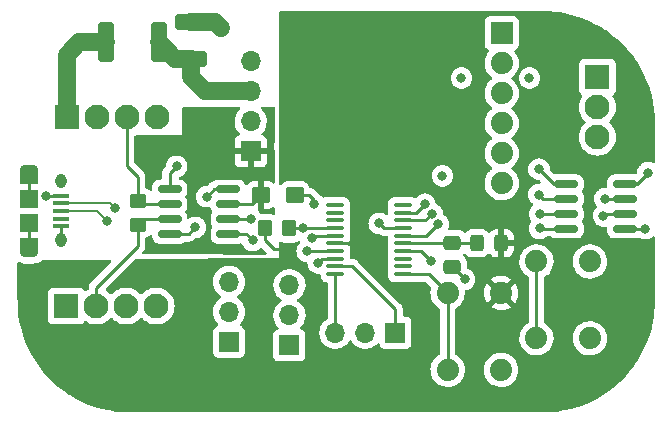
<source format=gbr>
%TF.GenerationSoftware,KiCad,Pcbnew,6.0.11-2627ca5db0~126~ubuntu22.04.1*%
%TF.CreationDate,2023-02-28T23:03:16-05:00*%
%TF.ProjectId,canbus-linbus-bridge,63616e62-7573-42d6-9c69-6e6275732d62,1.0*%
%TF.SameCoordinates,Original*%
%TF.FileFunction,Copper,L1,Top*%
%TF.FilePolarity,Positive*%
%FSLAX46Y46*%
G04 Gerber Fmt 4.6, Leading zero omitted, Abs format (unit mm)*
G04 Created by KiCad (PCBNEW 6.0.11-2627ca5db0~126~ubuntu22.04.1) date 2023-02-28 23:03:16*
%MOMM*%
%LPD*%
G01*
G04 APERTURE LIST*
G04 Aperture macros list*
%AMRoundRect*
0 Rectangle with rounded corners*
0 $1 Rounding radius*
0 $2 $3 $4 $5 $6 $7 $8 $9 X,Y pos of 4 corners*
0 Add a 4 corners polygon primitive as box body*
4,1,4,$2,$3,$4,$5,$6,$7,$8,$9,$2,$3,0*
0 Add four circle primitives for the rounded corners*
1,1,$1+$1,$2,$3*
1,1,$1+$1,$4,$5*
1,1,$1+$1,$6,$7*
1,1,$1+$1,$8,$9*
0 Add four rect primitives between the rounded corners*
20,1,$1+$1,$2,$3,$4,$5,0*
20,1,$1+$1,$4,$5,$6,$7,0*
20,1,$1+$1,$6,$7,$8,$9,0*
20,1,$1+$1,$8,$9,$2,$3,0*%
G04 Aperture macros list end*
%TA.AperFunction,ComponentPad*%
%ADD10R,2.100000X2.100000*%
%TD*%
%TA.AperFunction,ComponentPad*%
%ADD11C,2.100000*%
%TD*%
%TA.AperFunction,SMDPad,CuDef*%
%ADD12RoundRect,0.150000X-0.825000X-0.150000X0.825000X-0.150000X0.825000X0.150000X-0.825000X0.150000X0*%
%TD*%
%TA.AperFunction,ComponentPad*%
%ADD13R,1.700000X1.700000*%
%TD*%
%TA.AperFunction,ComponentPad*%
%ADD14O,1.700000X1.700000*%
%TD*%
%TA.AperFunction,SMDPad,CuDef*%
%ADD15RoundRect,0.250000X0.450000X-0.350000X0.450000X0.350000X-0.450000X0.350000X-0.450000X-0.350000X0*%
%TD*%
%TA.AperFunction,SMDPad,CuDef*%
%ADD16RoundRect,0.250000X-0.475000X0.337500X-0.475000X-0.337500X0.475000X-0.337500X0.475000X0.337500X0*%
%TD*%
%TA.AperFunction,ComponentPad*%
%ADD17C,1.879600*%
%TD*%
%TA.AperFunction,SMDPad,CuDef*%
%ADD18RoundRect,0.250000X-0.350000X-0.450000X0.350000X-0.450000X0.350000X0.450000X-0.350000X0.450000X0*%
%TD*%
%TA.AperFunction,ComponentPad*%
%ADD19R,1.879600X1.879600*%
%TD*%
%TA.AperFunction,SMDPad,CuDef*%
%ADD20RoundRect,0.250000X-0.400000X-1.450000X0.400000X-1.450000X0.400000X1.450000X-0.400000X1.450000X0*%
%TD*%
%TA.AperFunction,SMDPad,CuDef*%
%ADD21RoundRect,0.250000X-0.537500X-0.425000X0.537500X-0.425000X0.537500X0.425000X-0.537500X0.425000X0*%
%TD*%
%TA.AperFunction,SMDPad,CuDef*%
%ADD22RoundRect,0.250000X1.100000X-0.412500X1.100000X0.412500X-1.100000X0.412500X-1.100000X-0.412500X0*%
%TD*%
%TA.AperFunction,SMDPad,CuDef*%
%ADD23RoundRect,0.100000X0.637500X0.100000X-0.637500X0.100000X-0.637500X-0.100000X0.637500X-0.100000X0*%
%TD*%
%TA.AperFunction,SMDPad,CuDef*%
%ADD24R,1.350000X0.400000*%
%TD*%
%TA.AperFunction,SMDPad,CuDef*%
%ADD25R,1.550000X1.500000*%
%TD*%
%TA.AperFunction,SMDPad,CuDef*%
%ADD26R,1.550000X1.200000*%
%TD*%
%TA.AperFunction,ComponentPad*%
%ADD27O,0.950000X1.250000*%
%TD*%
%TA.AperFunction,ComponentPad*%
%ADD28O,1.550000X0.890000*%
%TD*%
%TA.AperFunction,SMDPad,CuDef*%
%ADD29RoundRect,0.250000X-0.325000X-0.450000X0.325000X-0.450000X0.325000X0.450000X-0.325000X0.450000X0*%
%TD*%
%TA.AperFunction,SMDPad,CuDef*%
%ADD30RoundRect,0.150000X0.825000X0.150000X-0.825000X0.150000X-0.825000X-0.150000X0.825000X-0.150000X0*%
%TD*%
%TA.AperFunction,ViaPad*%
%ADD31C,0.800000*%
%TD*%
%TA.AperFunction,Conductor*%
%ADD32C,0.250000*%
%TD*%
%TA.AperFunction,Conductor*%
%ADD33C,1.500000*%
%TD*%
%TA.AperFunction,Conductor*%
%ADD34C,0.200000*%
%TD*%
G04 APERTURE END LIST*
D10*
%TO.P,J4,1,Pin_1*%
%TO.N,+12V*%
X104600000Y-74720000D03*
D11*
%TO.P,J4,2,Pin_2*%
%TO.N,GND*%
X104600000Y-77260000D03*
%TO.P,J4,3,Pin_3*%
%TO.N,LIN*%
X104600000Y-79800000D03*
%TD*%
D12*
%TO.P,U5,1,RXD*%
%TO.N,RXD*%
X101960000Y-83760000D03*
%TO.P,U5,2,~{SLP}*%
%TO.N,~{LIN_SLP}*%
X101960000Y-85030000D03*
%TO.P,U5,3,~{WAKE}*%
%TO.N,~{LIN_WAKE}*%
X101960000Y-86300000D03*
%TO.P,U5,4,TXD*%
%TO.N,TXD*%
X101960000Y-87570000D03*
%TO.P,U5,5,GND*%
%TO.N,GND*%
X106910000Y-87570000D03*
%TO.P,U5,6,LIN*%
%TO.N,LIN*%
X106910000Y-86300000D03*
%TO.P,U5,7,VBAT*%
%TO.N,+12V*%
X106910000Y-85030000D03*
%TO.P,U5,8,INH*%
%TO.N,Net-(D1-Pad2)*%
X106910000Y-83760000D03*
%TD*%
D13*
%TO.P,JP2,1,A*%
%TO.N,CAN_RX*%
X73400000Y-97140000D03*
D14*
%TO.P,JP2,2,C*%
%TO.N,Net-(JP2-Pad2)*%
X73400000Y-94600000D03*
%TO.P,JP2,3,B*%
%TO.N,USB_D-*%
X73400000Y-92060000D03*
%TD*%
D10*
%TO.P,J6,1,Pin_1*%
%TO.N,+BATT*%
X59625000Y-94100000D03*
D11*
%TO.P,J6,2,Pin_2*%
%TO.N,CANH*%
X62165000Y-94100000D03*
%TO.P,J6,3,Pin_3*%
%TO.N,CANL*%
X64705000Y-94100000D03*
%TO.P,J6,4,Pin_4*%
%TO.N,GND*%
X67245000Y-94100000D03*
%TD*%
D13*
%TO.P,J2,1,Pin_1*%
%TO.N,SWDIO*%
X87490000Y-96350000D03*
D14*
%TO.P,J2,2,Pin_2*%
%TO.N,GND*%
X84950000Y-96350000D03*
%TO.P,J2,3,Pin_3*%
%TO.N,SWDCLK*%
X82410000Y-96350000D03*
%TD*%
D15*
%TO.P,R8,1*%
%TO.N,CANH*%
X65700000Y-87200000D03*
%TO.P,R8,2*%
%TO.N,CANL*%
X65700000Y-85200000D03*
%TD*%
D16*
%TO.P,C4,1*%
%TO.N,/VDDA*%
X92325000Y-88762500D03*
%TO.P,C4,2*%
%TO.N,GND*%
X92325000Y-90837500D03*
%TD*%
D17*
%TO.P,S1,1,1*%
%TO.N,+3V3*%
X96435600Y-92998800D03*
%TO.P,S1,2,1*%
%TO.N,unconnected-(S1-Pad2)*%
X96435600Y-99501200D03*
%TO.P,S1,3,2*%
%TO.N,Net-(R1-Pad1)*%
X91914400Y-92998800D03*
%TO.P,S1,4,2*%
%TO.N,unconnected-(S1-Pad4)*%
X91914400Y-99501200D03*
%TD*%
D18*
%TO.P,R3,1*%
%TO.N,+3V3*%
X76475000Y-87525000D03*
%TO.P,R3,2*%
%TO.N,CAN_STBY*%
X78475000Y-87525000D03*
%TD*%
D19*
%TO.P,J3,1,DTR*%
%TO.N,unconnected-(J3-Pad1)*%
X96500000Y-70990000D03*
D17*
%TO.P,J3,2,RXD*%
%TO.N,RXD*%
X96500000Y-73530000D03*
%TO.P,J3,3,TXD*%
%TO.N,TXD*%
X96500000Y-76070000D03*
%TO.P,J3,4,VCC*%
%TO.N,Net-(J3-Pad4)*%
X96500000Y-78610000D03*
%TO.P,J3,5,CTS*%
%TO.N,unconnected-(J3-Pad5)*%
X96500000Y-81150000D03*
%TO.P,J3,6,GND*%
%TO.N,GND*%
X96500000Y-83690000D03*
%TD*%
D20*
%TO.P,F1,1*%
%TO.N,+BATT*%
X63000000Y-71775000D03*
%TO.P,F1,2*%
%TO.N,+12V*%
X67450000Y-71775000D03*
%TD*%
D21*
%TO.P,C6,1*%
%TO.N,+5V*%
X76100000Y-84725000D03*
%TO.P,C6,2*%
%TO.N,GND*%
X78975000Y-84725000D03*
%TD*%
D10*
%TO.P,J5,1,Pin_1*%
%TO.N,+BATT*%
X59660000Y-78075000D03*
D11*
%TO.P,J5,2,Pin_2*%
%TO.N,CANH*%
X62200000Y-78075000D03*
%TO.P,J5,3,Pin_3*%
%TO.N,CANL*%
X64740000Y-78075000D03*
%TO.P,J5,4,Pin_4*%
%TO.N,GND*%
X67280000Y-78075000D03*
%TD*%
D22*
%TO.P,C5,1*%
%TO.N,+12V*%
X70225000Y-73175000D03*
%TO.P,C5,2*%
%TO.N,GND*%
X70225000Y-70050000D03*
%TD*%
D23*
%TO.P,U2,1,PB8*%
%TO.N,Net-(R1-Pad1)*%
X88125000Y-91400000D03*
%TO.P,U2,2,PF0*%
%TO.N,unconnected-(U2-Pad2)*%
X88125000Y-90750000D03*
%TO.P,U2,3,PF1*%
%TO.N,unconnected-(U2-Pad3)*%
X88125000Y-90100000D03*
%TO.P,U2,4,NRST*%
%TO.N,~{RESET}*%
X88125000Y-89450000D03*
%TO.P,U2,5,VDDA*%
%TO.N,/VDDA*%
X88125000Y-88800000D03*
%TO.P,U2,6,PA0*%
%TO.N,~{LIN_SLP}*%
X88125000Y-88150000D03*
%TO.P,U2,7,PA1*%
%TO.N,~{LIN_WAKE}*%
X88125000Y-87500000D03*
%TO.P,U2,8,PA2*%
%TO.N,TXD*%
X88125000Y-86850000D03*
%TO.P,U2,9,PA3*%
%TO.N,RXD*%
X88125000Y-86200000D03*
%TO.P,U2,10,PA4*%
%TO.N,unconnected-(U2-Pad10)*%
X88125000Y-85550000D03*
%TO.P,U2,11,PA5*%
%TO.N,unconnected-(U2-Pad11)*%
X82400000Y-85550000D03*
%TO.P,U2,12,PA6*%
%TO.N,unconnected-(U2-Pad12)*%
X82400000Y-86200000D03*
%TO.P,U2,13,PA7*%
%TO.N,unconnected-(U2-Pad13)*%
X82400000Y-86850000D03*
%TO.P,U2,14,PB1*%
%TO.N,CAN_STBY*%
X82400000Y-87500000D03*
%TO.P,U2,15,VSS*%
%TO.N,GND*%
X82400000Y-88150000D03*
%TO.P,U2,16,VDD*%
%TO.N,+3V3*%
X82400000Y-88800000D03*
%TO.P,U2,17,PA9/PA11*%
%TO.N,Net-(JP2-Pad2)*%
X82400000Y-89450000D03*
%TO.P,U2,18,PA10/PA12*%
%TO.N,Net-(JP3-Pad2)*%
X82400000Y-90100000D03*
%TO.P,U2,19,PA13*%
%TO.N,SWDIO*%
X82400000Y-90750000D03*
%TO.P,U2,20,PA14*%
%TO.N,SWDCLK*%
X82400000Y-91400000D03*
%TD*%
D13*
%TO.P,U3,1,Vout*%
%TO.N,+5V*%
X75247300Y-81002600D03*
D14*
%TO.P,U3,2,GND*%
%TO.N,GND*%
X75247300Y-78462600D03*
%TO.P,U3,3,Vin*%
%TO.N,+12V*%
X75247300Y-75922600D03*
%TO.P,U3,4,EN*%
%TO.N,unconnected-(U3-Pad4)*%
X75247300Y-73382600D03*
%TD*%
D17*
%TO.P,S2,1,1*%
%TO.N,GND*%
X103960600Y-90323800D03*
%TO.P,S2,2,1*%
%TO.N,unconnected-(S2-Pad2)*%
X103960600Y-96826200D03*
%TO.P,S2,3,2*%
%TO.N,~{RESET}*%
X99439400Y-90323800D03*
%TO.P,S2,4,2*%
%TO.N,unconnected-(S2-Pad4)*%
X99439400Y-96826200D03*
%TD*%
D24*
%TO.P,J1,1,VBUS*%
%TO.N,VBUS*%
X59210000Y-84750000D03*
%TO.P,J1,2,D-*%
%TO.N,USB_D-*%
X59210000Y-85400000D03*
%TO.P,J1,3,D+*%
%TO.N,USB_D+*%
X59210000Y-86050000D03*
%TO.P,J1,4,ID*%
%TO.N,unconnected-(J1-Pad4)*%
X59210000Y-86700000D03*
%TO.P,J1,5,GND*%
%TO.N,GND*%
X59210000Y-87350000D03*
D25*
%TO.P,J1,6,Shield*%
X56510000Y-87050000D03*
X56510000Y-85050000D03*
D26*
X56510000Y-88950000D03*
D27*
X59210000Y-83550000D03*
D28*
X56510000Y-82550000D03*
X56510000Y-89550000D03*
D26*
X56510000Y-83150000D03*
D27*
X59210000Y-88550000D03*
%TD*%
D13*
%TO.P,JP3,1,A*%
%TO.N,CAN_TX*%
X78525000Y-97425000D03*
D14*
%TO.P,JP3,2,C*%
%TO.N,Net-(JP3-Pad2)*%
X78525000Y-94885000D03*
%TO.P,JP3,3,B*%
%TO.N,USB_D+*%
X78525000Y-92345000D03*
%TD*%
D29*
%TO.P,FB1,1*%
%TO.N,/VDDA*%
X94400000Y-88775000D03*
%TO.P,FB1,2*%
%TO.N,+3V3*%
X96450000Y-88775000D03*
%TD*%
D30*
%TO.P,U4,1,TXD*%
%TO.N,CAN_TX*%
X73325000Y-88015000D03*
%TO.P,U4,2,VSS*%
%TO.N,GND*%
X73325000Y-86745000D03*
%TO.P,U4,3,VDD*%
%TO.N,+5V*%
X73325000Y-85475000D03*
%TO.P,U4,4,RXD*%
%TO.N,CAN_RX*%
X73325000Y-84205000D03*
%TO.P,U4,5,Vio*%
%TO.N,+3V3*%
X68375000Y-84205000D03*
%TO.P,U4,6,CANL*%
%TO.N,CANL*%
X68375000Y-85475000D03*
%TO.P,U4,7,CANH*%
%TO.N,CANH*%
X68375000Y-86745000D03*
%TO.P,U4,8,STBY*%
%TO.N,CAN_STBY*%
X68375000Y-88015000D03*
%TD*%
D31*
%TO.N,+12V*%
X93084800Y-74794800D03*
X98845200Y-74794800D03*
%TO.N,RXD*%
X91475000Y-83075000D03*
%TO.N,TXD*%
X99700000Y-87530000D03*
%TO.N,~{LIN_WAKE}*%
X99700000Y-86310000D03*
%TO.N,~{LIN_SLP}*%
X99650000Y-84660000D03*
%TO.N,RXD*%
X99650000Y-82510000D03*
%TO.N,+3V3*%
X86160000Y-79520000D03*
X90480000Y-76030000D03*
%TO.N,Net-(D1-Pad2)*%
X108870000Y-82800000D03*
%TO.N,LIN*%
X105110000Y-86470000D03*
%TO.N,+12V*%
X105220000Y-85020000D03*
%TO.N,GND*%
X108670000Y-87550000D03*
X80450000Y-88350000D03*
X72725000Y-70575000D03*
X93350000Y-91850000D03*
X80600000Y-85425000D03*
X75300000Y-86775000D03*
%TO.N,+3V3*%
X78150000Y-80600000D03*
X85100000Y-88800000D03*
X93575000Y-81950000D03*
X78750000Y-89250000D03*
X68975000Y-82275000D03*
%TO.N,VBUS*%
X57884502Y-84775000D03*
%TO.N,USB_D-*%
X63750000Y-85825000D03*
%TO.N,USB_D+*%
X63050000Y-86875000D03*
%TO.N,~{LIN_SLP}*%
X91125000Y-87150000D03*
%TO.N,CAN_RX*%
X71525000Y-84850000D03*
%TO.N,Net-(JP2-Pad2)*%
X80025000Y-89475000D03*
%TO.N,CAN_TX*%
X75400000Y-88550000D03*
%TO.N,Net-(JP3-Pad2)*%
X80950000Y-90450000D03*
%TO.N,~{LIN_WAKE}*%
X86125000Y-87100000D03*
%TO.N,CAN_STBY*%
X70550000Y-87450000D03*
X79650000Y-87500000D03*
%TO.N,TXD*%
X90600000Y-86275000D03*
%TO.N,RXD*%
X89990592Y-85482770D03*
%TO.N,~{RESET}*%
X90475000Y-90300000D03*
%TD*%
D32*
%TO.N,TXD*%
X99740000Y-87570000D02*
X99700000Y-87530000D01*
X101960000Y-87570000D02*
X99740000Y-87570000D01*
%TO.N,~{LIN_WAKE}*%
X99710000Y-86300000D02*
X99700000Y-86310000D01*
X101960000Y-86300000D02*
X99710000Y-86300000D01*
%TO.N,~{LIN_SLP}*%
X100020000Y-85030000D02*
X99650000Y-84660000D01*
X101960000Y-85030000D02*
X100020000Y-85030000D01*
%TO.N,RXD*%
X100900000Y-83760000D02*
X99650000Y-82510000D01*
X101960000Y-83760000D02*
X100900000Y-83760000D01*
%TO.N,Net-(D1-Pad2)*%
X107910000Y-83760000D02*
X108870000Y-82800000D01*
X106910000Y-83760000D02*
X107910000Y-83760000D01*
%TO.N,GND*%
X108670000Y-87550000D02*
X106930000Y-87550000D01*
X106930000Y-87550000D02*
X106910000Y-87570000D01*
%TO.N,LIN*%
X105280000Y-86300000D02*
X105110000Y-86470000D01*
X106910000Y-86300000D02*
X105280000Y-86300000D01*
%TO.N,+12V*%
X105230000Y-85030000D02*
X105220000Y-85020000D01*
X106910000Y-85030000D02*
X105230000Y-85030000D01*
D33*
%TO.N,GND*%
X70225000Y-70050000D02*
X72200000Y-70050000D01*
D32*
X75300000Y-86775000D02*
X73355000Y-86775000D01*
X92337500Y-90837500D02*
X93350000Y-91850000D01*
D33*
X72200000Y-70050000D02*
X72725000Y-70575000D01*
D32*
X78975000Y-84725000D02*
X80175000Y-84725000D01*
X80600000Y-85150000D02*
X80600000Y-85425000D01*
X73355000Y-86775000D02*
X73325000Y-86745000D01*
X92325000Y-90837500D02*
X92337500Y-90837500D01*
X80175000Y-84725000D02*
X80600000Y-85150000D01*
X56510000Y-87050000D02*
X56510000Y-89550000D01*
X56510000Y-85050000D02*
X56510000Y-82550000D01*
X59210000Y-87350000D02*
X59210000Y-88550000D01*
X80650000Y-88150000D02*
X80450000Y-88350000D01*
X82400000Y-88150000D02*
X80650000Y-88150000D01*
%TO.N,+3V3*%
X77175000Y-89250000D02*
X76475000Y-88550000D01*
X68375000Y-82875000D02*
X68975000Y-82275000D01*
X68375000Y-84205000D02*
X68375000Y-82875000D01*
X76475000Y-88550000D02*
X76475000Y-87525000D01*
X82400000Y-88800000D02*
X84700000Y-88800000D01*
X84700000Y-88800000D02*
X85100000Y-88800000D01*
X78750000Y-89250000D02*
X77175000Y-89250000D01*
D33*
%TO.N,+12V*%
X71397600Y-75922600D02*
X75247300Y-75922600D01*
X67450000Y-71775000D02*
X68850000Y-73175000D01*
X68850000Y-73175000D02*
X70225000Y-73175000D01*
X70225000Y-74750000D02*
X71397600Y-75922600D01*
X70225000Y-73175000D02*
X70225000Y-74750000D01*
D32*
%TO.N,+5V*%
X73325000Y-85475000D02*
X75350000Y-85475000D01*
X75350000Y-85475000D02*
X76100000Y-84725000D01*
%TO.N,+BATT*%
X59625000Y-78110000D02*
X59660000Y-78075000D01*
D33*
X59660000Y-72840000D02*
X60725000Y-71775000D01*
X59660000Y-78075000D02*
X59660000Y-72840000D01*
X60725000Y-71775000D02*
X63000000Y-71775000D01*
D32*
%TO.N,VBUS*%
X57909502Y-84750000D02*
X57884502Y-84775000D01*
X59210000Y-84750000D02*
X57909502Y-84750000D01*
D34*
%TO.N,USB_D-*%
X59210000Y-85400000D02*
X63325000Y-85400000D01*
X63325000Y-85400000D02*
X63750000Y-85825000D01*
%TO.N,USB_D+*%
X62225000Y-86050000D02*
X63050000Y-86875000D01*
X59210000Y-86050000D02*
X62225000Y-86050000D01*
D32*
%TO.N,~{LIN_SLP}*%
X88125000Y-88150000D02*
X90125000Y-88150000D01*
X90125000Y-88150000D02*
X91125000Y-87150000D01*
%TO.N,CANH*%
X65700000Y-87200000D02*
X65700000Y-89000000D01*
X65700000Y-89000000D02*
X62165000Y-92535000D01*
X66155000Y-86745000D02*
X65700000Y-87200000D01*
X68375000Y-86745000D02*
X66155000Y-86745000D01*
X62165000Y-92535000D02*
X62165000Y-94100000D01*
%TO.N,CANL*%
X64740000Y-82240000D02*
X64740000Y-78075000D01*
X65700000Y-83200000D02*
X64740000Y-82240000D01*
X65700000Y-85200000D02*
X65700000Y-83200000D01*
X68375000Y-85475000D02*
X65975000Y-85475000D01*
X65975000Y-85475000D02*
X65700000Y-85200000D01*
%TO.N,CAN_RX*%
X73325000Y-84205000D02*
X72170000Y-84205000D01*
X72170000Y-84205000D02*
X71525000Y-84850000D01*
%TO.N,Net-(JP2-Pad2)*%
X80050000Y-89450000D02*
X82400000Y-89450000D01*
X80025000Y-89475000D02*
X80050000Y-89450000D01*
%TO.N,CAN_TX*%
X74865000Y-88015000D02*
X75400000Y-88550000D01*
X73325000Y-88015000D02*
X74865000Y-88015000D01*
%TO.N,Net-(JP3-Pad2)*%
X81300000Y-90100000D02*
X80950000Y-90450000D01*
X82400000Y-90100000D02*
X81300000Y-90100000D01*
%TO.N,Net-(R1-Pad1)*%
X88125000Y-91400000D02*
X90315600Y-91400000D01*
X91914400Y-92998800D02*
X91914400Y-99501200D01*
X90315600Y-91400000D02*
X91914400Y-92998800D01*
%TO.N,~{LIN_WAKE}*%
X88125000Y-87500000D02*
X86525000Y-87500000D01*
X86525000Y-87500000D02*
X86125000Y-87100000D01*
%TO.N,CAN_STBY*%
X68375000Y-88015000D02*
X69985000Y-88015000D01*
X78475000Y-87525000D02*
X79625000Y-87525000D01*
X69985000Y-88015000D02*
X70550000Y-87450000D01*
X79625000Y-87525000D02*
X79650000Y-87500000D01*
X78100000Y-87500000D02*
X79650000Y-87500000D01*
X82400000Y-87500000D02*
X79650000Y-87500000D01*
%TO.N,TXD*%
X90025000Y-86850000D02*
X90600000Y-86275000D01*
X88125000Y-86850000D02*
X90025000Y-86850000D01*
%TO.N,RXD*%
X89273362Y-86200000D02*
X89990592Y-85482770D01*
X88125000Y-86200000D02*
X89273362Y-86200000D01*
%TO.N,SWDIO*%
X82400000Y-90750000D02*
X83850000Y-90750000D01*
X83850000Y-90750000D02*
X87490000Y-94390000D01*
X87490000Y-94390000D02*
X87490000Y-96350000D01*
%TO.N,SWDCLK*%
X82400000Y-91400000D02*
X82410000Y-91410000D01*
X82410000Y-91410000D02*
X82410000Y-96350000D01*
%TO.N,~{RESET}*%
X89625000Y-89450000D02*
X90475000Y-90300000D01*
X99439400Y-90323800D02*
X99439400Y-96826200D01*
X88125000Y-89450000D02*
X89625000Y-89450000D01*
%TO.N,/VDDA*%
X92287500Y-88800000D02*
X92325000Y-88762500D01*
X88125000Y-88800000D02*
X92287500Y-88800000D01*
X94400000Y-88775000D02*
X92337500Y-88775000D01*
X92337500Y-88775000D02*
X92325000Y-88762500D01*
%TD*%
%TA.AperFunction,Conductor*%
%TO.N,+5V*%
G36*
X77266451Y-77245371D02*
G01*
X77313281Y-77298733D01*
X77325000Y-77351797D01*
X77325000Y-80181961D01*
X77315143Y-80228337D01*
X77315473Y-80228444D01*
X77256458Y-80410072D01*
X77236496Y-80600000D01*
X77256458Y-80789928D01*
X77314454Y-80968420D01*
X77315473Y-80971556D01*
X77315143Y-80971663D01*
X77325000Y-81018039D01*
X77325000Y-83611515D01*
X77304998Y-83679636D01*
X77251342Y-83726129D01*
X77181068Y-83736233D01*
X77120908Y-83710397D01*
X77104260Y-83697249D01*
X76966257Y-83612184D01*
X76953076Y-83606037D01*
X76798790Y-83554862D01*
X76785414Y-83551995D01*
X76691062Y-83542328D01*
X76684645Y-83542000D01*
X76372115Y-83542000D01*
X76356876Y-83546475D01*
X76355671Y-83547865D01*
X76354000Y-83555548D01*
X76354000Y-85889884D01*
X76358475Y-85905123D01*
X76359865Y-85906328D01*
X76367548Y-85907999D01*
X76684595Y-85907999D01*
X76691114Y-85907662D01*
X76786706Y-85897743D01*
X76800100Y-85894851D01*
X76954284Y-85843412D01*
X76967462Y-85837239D01*
X77105312Y-85751934D01*
X77120738Y-85739708D01*
X77186548Y-85713072D01*
X77256312Y-85726244D01*
X77307880Y-85775042D01*
X77325000Y-85838455D01*
X77325000Y-86268699D01*
X77304998Y-86336820D01*
X77251342Y-86383313D01*
X77181068Y-86393417D01*
X77149624Y-86384048D01*
X77147738Y-86382885D01*
X77140793Y-86380582D01*
X77140790Y-86380580D01*
X76986389Y-86329368D01*
X76986387Y-86329368D01*
X76979861Y-86327203D01*
X76973025Y-86326503D01*
X76973022Y-86326502D01*
X76929969Y-86322091D01*
X76875400Y-86316500D01*
X76157076Y-86316500D01*
X76088955Y-86296498D01*
X76047958Y-86253502D01*
X76042341Y-86243774D01*
X76039040Y-86238056D01*
X75922388Y-86108500D01*
X75915675Y-86101045D01*
X75915674Y-86101044D01*
X75911253Y-86096134D01*
X75878093Y-86072041D01*
X75834739Y-86015820D01*
X75828664Y-85945084D01*
X75840003Y-85922020D01*
X75846000Y-85894452D01*
X75846000Y-83560116D01*
X75841525Y-83544877D01*
X75840135Y-83543672D01*
X75832452Y-83542001D01*
X75515405Y-83542001D01*
X75508886Y-83542338D01*
X75413294Y-83552257D01*
X75399900Y-83555149D01*
X75245716Y-83606588D01*
X75232538Y-83612761D01*
X75094693Y-83698063D01*
X75083292Y-83707099D01*
X74963590Y-83827009D01*
X74961681Y-83825103D01*
X74913976Y-83858925D01*
X74843053Y-83862156D01*
X74781641Y-83826531D01*
X74759711Y-83793347D01*
X74759145Y-83791399D01*
X74751323Y-83778172D01*
X74678491Y-83655020D01*
X74678489Y-83655017D01*
X74674453Y-83648193D01*
X74556807Y-83530547D01*
X74549983Y-83526511D01*
X74549980Y-83526509D01*
X74420427Y-83449892D01*
X74420428Y-83449892D01*
X74413601Y-83445855D01*
X74405990Y-83443644D01*
X74405988Y-83443643D01*
X74343541Y-83425501D01*
X74253831Y-83399438D01*
X74247426Y-83398934D01*
X74247421Y-83398933D01*
X74218958Y-83396693D01*
X74218950Y-83396693D01*
X74216502Y-83396500D01*
X72433498Y-83396500D01*
X72431050Y-83396693D01*
X72431042Y-83396693D01*
X72402579Y-83398933D01*
X72402574Y-83398934D01*
X72396169Y-83399438D01*
X72306459Y-83425501D01*
X72244012Y-83443643D01*
X72244010Y-83443644D01*
X72236399Y-83445855D01*
X72229572Y-83449892D01*
X72229573Y-83449892D01*
X72100020Y-83526509D01*
X72100017Y-83526511D01*
X72093193Y-83530547D01*
X72069194Y-83554546D01*
X72013675Y-83586214D01*
X72011203Y-83586526D01*
X72003834Y-83589443D01*
X72003832Y-83589444D01*
X71970092Y-83602802D01*
X71958865Y-83606646D01*
X71916407Y-83618982D01*
X71909581Y-83623019D01*
X71898972Y-83629293D01*
X71881224Y-83637988D01*
X71862383Y-83645448D01*
X71855967Y-83650110D01*
X71855966Y-83650110D01*
X71826613Y-83671436D01*
X71816693Y-83677952D01*
X71785465Y-83696420D01*
X71785462Y-83696422D01*
X71778638Y-83700458D01*
X71764317Y-83714779D01*
X71749284Y-83727619D01*
X71732893Y-83739528D01*
X71727840Y-83745636D01*
X71704708Y-83773598D01*
X71696718Y-83782378D01*
X71574501Y-83904595D01*
X71512189Y-83938621D01*
X71485406Y-83941500D01*
X71429513Y-83941500D01*
X71423061Y-83942872D01*
X71423056Y-83942872D01*
X71336113Y-83961353D01*
X71242712Y-83981206D01*
X71236682Y-83983891D01*
X71236681Y-83983891D01*
X71074278Y-84056197D01*
X71074276Y-84056198D01*
X71068248Y-84058882D01*
X70913747Y-84171134D01*
X70909326Y-84176044D01*
X70909325Y-84176045D01*
X70813267Y-84282729D01*
X70785960Y-84313056D01*
X70749820Y-84375652D01*
X70701797Y-84458831D01*
X70690473Y-84478444D01*
X70631458Y-84660072D01*
X70630768Y-84666633D01*
X70630768Y-84666635D01*
X70617644Y-84791502D01*
X70611496Y-84850000D01*
X70612186Y-84856565D01*
X70628372Y-85010562D01*
X70631458Y-85039928D01*
X70690473Y-85221556D01*
X70693776Y-85227278D01*
X70693777Y-85227279D01*
X70727686Y-85286010D01*
X70785960Y-85386944D01*
X70790378Y-85391851D01*
X70790379Y-85391852D01*
X70909325Y-85523955D01*
X70913747Y-85528866D01*
X71068248Y-85641118D01*
X71074276Y-85643802D01*
X71074278Y-85643803D01*
X71186929Y-85693958D01*
X71242712Y-85718794D01*
X71336113Y-85738647D01*
X71423056Y-85757128D01*
X71423061Y-85757128D01*
X71429513Y-85758500D01*
X71620487Y-85758500D01*
X71626939Y-85757128D01*
X71626944Y-85757128D01*
X71708896Y-85739708D01*
X71725494Y-85736180D01*
X71796284Y-85741582D01*
X71852916Y-85784399D01*
X71872687Y-85824273D01*
X71889107Y-85880790D01*
X71895352Y-85895221D01*
X71971911Y-86024677D01*
X71977871Y-86032360D01*
X72003820Y-86098444D01*
X71989922Y-86168067D01*
X71979579Y-86184161D01*
X71975547Y-86188193D01*
X71890855Y-86331399D01*
X71888644Y-86339010D01*
X71888643Y-86339012D01*
X71881981Y-86361944D01*
X71844438Y-86491169D01*
X71843934Y-86497574D01*
X71843933Y-86497579D01*
X71842587Y-86514687D01*
X71841500Y-86528498D01*
X71841500Y-86961502D01*
X71844438Y-86998831D01*
X71890855Y-87158601D01*
X71975547Y-87301807D01*
X71978229Y-87304489D01*
X72003502Y-87368861D01*
X71989600Y-87438484D01*
X71979428Y-87454312D01*
X71975547Y-87458193D01*
X71890855Y-87601399D01*
X71844438Y-87761169D01*
X71841500Y-87798498D01*
X71841500Y-88231502D01*
X71844438Y-88268831D01*
X71890855Y-88428601D01*
X71898677Y-88441827D01*
X71971509Y-88564980D01*
X71971511Y-88564983D01*
X71975547Y-88571807D01*
X72093193Y-88689453D01*
X72100017Y-88693489D01*
X72100020Y-88693491D01*
X72174598Y-88737596D01*
X72236399Y-88774145D01*
X72244010Y-88776356D01*
X72244012Y-88776357D01*
X72296231Y-88791528D01*
X72396169Y-88820562D01*
X72402574Y-88821066D01*
X72402579Y-88821067D01*
X72431042Y-88823307D01*
X72431050Y-88823307D01*
X72433498Y-88823500D01*
X74216502Y-88823500D01*
X74218950Y-88823307D01*
X74218958Y-88823307D01*
X74247421Y-88821067D01*
X74247426Y-88821066D01*
X74253831Y-88820562D01*
X74260003Y-88818769D01*
X74260008Y-88818768D01*
X74325149Y-88799843D01*
X74391355Y-88780608D01*
X74462349Y-88780811D01*
X74521966Y-88819365D01*
X74546339Y-88862668D01*
X74565473Y-88921556D01*
X74660960Y-89086944D01*
X74665378Y-89091851D01*
X74665379Y-89091852D01*
X74693295Y-89122856D01*
X74788747Y-89228866D01*
X74873020Y-89290094D01*
X74911110Y-89317768D01*
X74943248Y-89341118D01*
X74949276Y-89343802D01*
X74949278Y-89343803D01*
X75111681Y-89416109D01*
X75117712Y-89418794D01*
X75211112Y-89438647D01*
X75298056Y-89457128D01*
X75298061Y-89457128D01*
X75304513Y-89458500D01*
X75495487Y-89458500D01*
X75501939Y-89457128D01*
X75501944Y-89457128D01*
X75588888Y-89438647D01*
X75682288Y-89418794D01*
X75688319Y-89416109D01*
X75850722Y-89343803D01*
X75850724Y-89343802D01*
X75856752Y-89341118D01*
X75888891Y-89317768D01*
X76002728Y-89235060D01*
X76011253Y-89228866D01*
X76039299Y-89197718D01*
X76099745Y-89160479D01*
X76170729Y-89161831D01*
X76222030Y-89192934D01*
X76562739Y-89533643D01*
X76596765Y-89595955D01*
X76591700Y-89666770D01*
X76549153Y-89723606D01*
X76482633Y-89748417D01*
X76473457Y-89748738D01*
X69330670Y-89738157D01*
X66166438Y-89733469D01*
X66098348Y-89713366D01*
X66051935Y-89659641D01*
X66041935Y-89589353D01*
X66071524Y-89524816D01*
X66077531Y-89518374D01*
X66092253Y-89503652D01*
X66100539Y-89496112D01*
X66107018Y-89492000D01*
X66153644Y-89442348D01*
X66156398Y-89439507D01*
X66176135Y-89419770D01*
X66178615Y-89416573D01*
X66186320Y-89407551D01*
X66211159Y-89381100D01*
X66216586Y-89375321D01*
X66220405Y-89368375D01*
X66220407Y-89368372D01*
X66226348Y-89357566D01*
X66237199Y-89341047D01*
X66244758Y-89331301D01*
X66249614Y-89325041D01*
X66252759Y-89317772D01*
X66252762Y-89317768D01*
X66267174Y-89284463D01*
X66272391Y-89273813D01*
X66293695Y-89235060D01*
X66298733Y-89215437D01*
X66305137Y-89196734D01*
X66310033Y-89185420D01*
X66310033Y-89185419D01*
X66313181Y-89178145D01*
X66314420Y-89170322D01*
X66314423Y-89170312D01*
X66320099Y-89134476D01*
X66322505Y-89122856D01*
X66331528Y-89087711D01*
X66331528Y-89087710D01*
X66333500Y-89080030D01*
X66333500Y-89059776D01*
X66335051Y-89040065D01*
X66336980Y-89027886D01*
X66338220Y-89020057D01*
X66334059Y-88976038D01*
X66333500Y-88964181D01*
X66333500Y-88379197D01*
X66353502Y-88311076D01*
X66407158Y-88264583D01*
X66419623Y-88259674D01*
X66467002Y-88243867D01*
X66467004Y-88243866D01*
X66473946Y-88241550D01*
X66490184Y-88231502D01*
X66618120Y-88152332D01*
X66624348Y-88148478D01*
X66629521Y-88143296D01*
X66629526Y-88143292D01*
X66676327Y-88096409D01*
X66738609Y-88062329D01*
X66809429Y-88067332D01*
X66866302Y-88109829D01*
X66891171Y-88176327D01*
X66891500Y-88185426D01*
X66891500Y-88231502D01*
X66894438Y-88268831D01*
X66940855Y-88428601D01*
X66948677Y-88441827D01*
X67021509Y-88564980D01*
X67021511Y-88564983D01*
X67025547Y-88571807D01*
X67143193Y-88689453D01*
X67150017Y-88693489D01*
X67150020Y-88693491D01*
X67224598Y-88737596D01*
X67286399Y-88774145D01*
X67294010Y-88776356D01*
X67294012Y-88776357D01*
X67346231Y-88791528D01*
X67446169Y-88820562D01*
X67452574Y-88821066D01*
X67452579Y-88821067D01*
X67481042Y-88823307D01*
X67481050Y-88823307D01*
X67483498Y-88823500D01*
X69266502Y-88823500D01*
X69268950Y-88823307D01*
X69268958Y-88823307D01*
X69297421Y-88821067D01*
X69297426Y-88821066D01*
X69303831Y-88820562D01*
X69403769Y-88791528D01*
X69455988Y-88776357D01*
X69455990Y-88776356D01*
X69463601Y-88774145D01*
X69525402Y-88737596D01*
X69599980Y-88693491D01*
X69599983Y-88693489D01*
X69606807Y-88689453D01*
X69612416Y-88683844D01*
X69618675Y-88678989D01*
X69619844Y-88680496D01*
X69673167Y-88651379D01*
X69699950Y-88648500D01*
X69906233Y-88648500D01*
X69917416Y-88649027D01*
X69924909Y-88650702D01*
X69932835Y-88650453D01*
X69932836Y-88650453D01*
X69992986Y-88648562D01*
X69996945Y-88648500D01*
X70024856Y-88648500D01*
X70028791Y-88648003D01*
X70028856Y-88647995D01*
X70040693Y-88647062D01*
X70072951Y-88646048D01*
X70076970Y-88645922D01*
X70084889Y-88645673D01*
X70104343Y-88640021D01*
X70123700Y-88636013D01*
X70135930Y-88634468D01*
X70135931Y-88634468D01*
X70143797Y-88633474D01*
X70151168Y-88630555D01*
X70151170Y-88630555D01*
X70184912Y-88617196D01*
X70196142Y-88613351D01*
X70230983Y-88603229D01*
X70230984Y-88603229D01*
X70238593Y-88601018D01*
X70245412Y-88596985D01*
X70245417Y-88596983D01*
X70256028Y-88590707D01*
X70273776Y-88582012D01*
X70292617Y-88574552D01*
X70328387Y-88548564D01*
X70338307Y-88542048D01*
X70369535Y-88523580D01*
X70369538Y-88523578D01*
X70376362Y-88519542D01*
X70390683Y-88505221D01*
X70405717Y-88492380D01*
X70415694Y-88485131D01*
X70422107Y-88480472D01*
X70450298Y-88446395D01*
X70458288Y-88437616D01*
X70500499Y-88395405D01*
X70562811Y-88361379D01*
X70589594Y-88358500D01*
X70645487Y-88358500D01*
X70651939Y-88357128D01*
X70651944Y-88357128D01*
X70738888Y-88338647D01*
X70832288Y-88318794D01*
X70849623Y-88311076D01*
X71000722Y-88243803D01*
X71000724Y-88243802D01*
X71006752Y-88241118D01*
X71161253Y-88128866D01*
X71178394Y-88109829D01*
X71284621Y-87991852D01*
X71284622Y-87991851D01*
X71289040Y-87986944D01*
X71384527Y-87821556D01*
X71443542Y-87639928D01*
X71446792Y-87609012D01*
X71462814Y-87456565D01*
X71463504Y-87450000D01*
X71448030Y-87302775D01*
X71444232Y-87266635D01*
X71444232Y-87266633D01*
X71443542Y-87260072D01*
X71384527Y-87078444D01*
X71289040Y-86913056D01*
X71260686Y-86881565D01*
X71165675Y-86776045D01*
X71165674Y-86776044D01*
X71161253Y-86771134D01*
X71047673Y-86688613D01*
X71012094Y-86662763D01*
X71012093Y-86662762D01*
X71006752Y-86658882D01*
X71000724Y-86656198D01*
X71000722Y-86656197D01*
X70838319Y-86583891D01*
X70838318Y-86583891D01*
X70832288Y-86581206D01*
X70738888Y-86561353D01*
X70651944Y-86542872D01*
X70651939Y-86542872D01*
X70645487Y-86541500D01*
X70454513Y-86541500D01*
X70448061Y-86542872D01*
X70448056Y-86542872D01*
X70361112Y-86561353D01*
X70267712Y-86581206D01*
X70261682Y-86583891D01*
X70261681Y-86583891D01*
X70099278Y-86656197D01*
X70099276Y-86656198D01*
X70093248Y-86658882D01*
X70058559Y-86684085D01*
X69991694Y-86707942D01*
X69922543Y-86691862D01*
X69873062Y-86640949D01*
X69858500Y-86582148D01*
X69858500Y-86528498D01*
X69857413Y-86514687D01*
X69856067Y-86497579D01*
X69856066Y-86497574D01*
X69855562Y-86491169D01*
X69818019Y-86361944D01*
X69811357Y-86339012D01*
X69811356Y-86339010D01*
X69809145Y-86331399D01*
X69724453Y-86188193D01*
X69721771Y-86185511D01*
X69696498Y-86121139D01*
X69710400Y-86051516D01*
X69720572Y-86035688D01*
X69724453Y-86031807D01*
X69809145Y-85888601D01*
X69811415Y-85880790D01*
X69839418Y-85784399D01*
X69855562Y-85728831D01*
X69856564Y-85716109D01*
X69858307Y-85693958D01*
X69858307Y-85693950D01*
X69858500Y-85691502D01*
X69858500Y-85258498D01*
X69855562Y-85221169D01*
X69809145Y-85061399D01*
X69724453Y-84918193D01*
X69721771Y-84915511D01*
X69696498Y-84851139D01*
X69710400Y-84781516D01*
X69720572Y-84765688D01*
X69724453Y-84761807D01*
X69809145Y-84618601D01*
X69855562Y-84458831D01*
X69858500Y-84421502D01*
X69858500Y-83988498D01*
X69858307Y-83986042D01*
X69856067Y-83957579D01*
X69856066Y-83957574D01*
X69855562Y-83951169D01*
X69809145Y-83791399D01*
X69771426Y-83727620D01*
X69728491Y-83655020D01*
X69728489Y-83655017D01*
X69724453Y-83648193D01*
X69606807Y-83530547D01*
X69599983Y-83526511D01*
X69599980Y-83526509D01*
X69470427Y-83449892D01*
X69470428Y-83449892D01*
X69463601Y-83445855D01*
X69455990Y-83443644D01*
X69455988Y-83443643D01*
X69393541Y-83425501D01*
X69303831Y-83399438D01*
X69297426Y-83398934D01*
X69297421Y-83398933D01*
X69268956Y-83396693D01*
X69268952Y-83396693D01*
X69266502Y-83396500D01*
X69264029Y-83396500D01*
X69262166Y-83396427D01*
X69194881Y-83373773D01*
X69150525Y-83318337D01*
X69143181Y-83247722D01*
X69175181Y-83184345D01*
X69240901Y-83147278D01*
X69250826Y-83145168D01*
X69250830Y-83145167D01*
X69257288Y-83143794D01*
X69337616Y-83108030D01*
X69425722Y-83068803D01*
X69425724Y-83068802D01*
X69431752Y-83066118D01*
X69438384Y-83061300D01*
X69538091Y-82988858D01*
X69586253Y-82953866D01*
X69592969Y-82946407D01*
X69709621Y-82816852D01*
X69709622Y-82816851D01*
X69714040Y-82811944D01*
X69802018Y-82659562D01*
X69806223Y-82652279D01*
X69806224Y-82652278D01*
X69809527Y-82646556D01*
X69868542Y-82464928D01*
X69871785Y-82434079D01*
X69887814Y-82281565D01*
X69888504Y-82275000D01*
X69868542Y-82085072D01*
X69809527Y-81903444D01*
X69805962Y-81897269D01*
X73889301Y-81897269D01*
X73889671Y-81904090D01*
X73895195Y-81954952D01*
X73898821Y-81970204D01*
X73943976Y-82090654D01*
X73952514Y-82106249D01*
X74029015Y-82208324D01*
X74041576Y-82220885D01*
X74143651Y-82297386D01*
X74159246Y-82305924D01*
X74279694Y-82351078D01*
X74294949Y-82354705D01*
X74345814Y-82360231D01*
X74352628Y-82360600D01*
X74975185Y-82360600D01*
X74990424Y-82356125D01*
X74991629Y-82354735D01*
X74993300Y-82347052D01*
X74993300Y-82342484D01*
X75501300Y-82342484D01*
X75505775Y-82357723D01*
X75507165Y-82358928D01*
X75514848Y-82360599D01*
X76141969Y-82360599D01*
X76148790Y-82360229D01*
X76199652Y-82354705D01*
X76214904Y-82351079D01*
X76335354Y-82305924D01*
X76350949Y-82297386D01*
X76453024Y-82220885D01*
X76465585Y-82208324D01*
X76542086Y-82106249D01*
X76550624Y-82090654D01*
X76595778Y-81970206D01*
X76599405Y-81954951D01*
X76604931Y-81904086D01*
X76605300Y-81897272D01*
X76605300Y-81274715D01*
X76600825Y-81259476D01*
X76599435Y-81258271D01*
X76591752Y-81256600D01*
X75519415Y-81256600D01*
X75504176Y-81261075D01*
X75502971Y-81262465D01*
X75501300Y-81270148D01*
X75501300Y-82342484D01*
X74993300Y-82342484D01*
X74993300Y-81274715D01*
X74988825Y-81259476D01*
X74987435Y-81258271D01*
X74979752Y-81256600D01*
X73907416Y-81256600D01*
X73892177Y-81261075D01*
X73890972Y-81262465D01*
X73889301Y-81270148D01*
X73889301Y-81897269D01*
X69805962Y-81897269D01*
X69714040Y-81738056D01*
X69586253Y-81596134D01*
X69431752Y-81483882D01*
X69425724Y-81481198D01*
X69425722Y-81481197D01*
X69263319Y-81408891D01*
X69263318Y-81408891D01*
X69257288Y-81406206D01*
X69163888Y-81386353D01*
X69076944Y-81367872D01*
X69076939Y-81367872D01*
X69070487Y-81366500D01*
X68879513Y-81366500D01*
X68873061Y-81367872D01*
X68873056Y-81367872D01*
X68786112Y-81386353D01*
X68692712Y-81406206D01*
X68686682Y-81408891D01*
X68686681Y-81408891D01*
X68524278Y-81481197D01*
X68524276Y-81481198D01*
X68518248Y-81483882D01*
X68363747Y-81596134D01*
X68235960Y-81738056D01*
X68140473Y-81903444D01*
X68081458Y-82085072D01*
X68080768Y-82091633D01*
X68080768Y-82091635D01*
X68064093Y-82250292D01*
X68037080Y-82315949D01*
X68027878Y-82326217D01*
X67982747Y-82371348D01*
X67974461Y-82378888D01*
X67967982Y-82383000D01*
X67962557Y-82388777D01*
X67921357Y-82432651D01*
X67918602Y-82435493D01*
X67898865Y-82455230D01*
X67896385Y-82458427D01*
X67888682Y-82467447D01*
X67858414Y-82499679D01*
X67854595Y-82506625D01*
X67854593Y-82506628D01*
X67848652Y-82517434D01*
X67837801Y-82533953D01*
X67825386Y-82549959D01*
X67822241Y-82557228D01*
X67822238Y-82557232D01*
X67807826Y-82590537D01*
X67802609Y-82601187D01*
X67781305Y-82639940D01*
X67779334Y-82647615D01*
X67779334Y-82647616D01*
X67776267Y-82659562D01*
X67769863Y-82678266D01*
X67761819Y-82696855D01*
X67760580Y-82704678D01*
X67760577Y-82704688D01*
X67754901Y-82740524D01*
X67752495Y-82752144D01*
X67743472Y-82787289D01*
X67741500Y-82794970D01*
X67741500Y-82815224D01*
X67739949Y-82834934D01*
X67736780Y-82854943D01*
X67737526Y-82862835D01*
X67740941Y-82898961D01*
X67741500Y-82910819D01*
X67741500Y-83270500D01*
X67721498Y-83338621D01*
X67667842Y-83385114D01*
X67615500Y-83396500D01*
X67483498Y-83396500D01*
X67481050Y-83396693D01*
X67481042Y-83396693D01*
X67452579Y-83398933D01*
X67452574Y-83398934D01*
X67446169Y-83399438D01*
X67356459Y-83425501D01*
X67294012Y-83443643D01*
X67294010Y-83443644D01*
X67286399Y-83445855D01*
X67279572Y-83449892D01*
X67279573Y-83449892D01*
X67150020Y-83526509D01*
X67150017Y-83526511D01*
X67143193Y-83530547D01*
X67025547Y-83648193D01*
X67021511Y-83655017D01*
X67021509Y-83655020D01*
X66978574Y-83727620D01*
X66940855Y-83791399D01*
X66894438Y-83951169D01*
X66893934Y-83957574D01*
X66893933Y-83957579D01*
X66891693Y-83986042D01*
X66891500Y-83988498D01*
X66891500Y-84214608D01*
X66871498Y-84282729D01*
X66817842Y-84329222D01*
X66747568Y-84339326D01*
X66682988Y-84309832D01*
X66676483Y-84303781D01*
X66628488Y-84255870D01*
X66628483Y-84255866D01*
X66623303Y-84250695D01*
X66617072Y-84246854D01*
X66478968Y-84161725D01*
X66478966Y-84161724D01*
X66472738Y-84157885D01*
X66419832Y-84140337D01*
X66361473Y-84099906D01*
X66334236Y-84034342D01*
X66333500Y-84020744D01*
X66333500Y-83278767D01*
X66334027Y-83267584D01*
X66335702Y-83260091D01*
X66333562Y-83192014D01*
X66333500Y-83188055D01*
X66333500Y-83160144D01*
X66332995Y-83156144D01*
X66332062Y-83144301D01*
X66330922Y-83108030D01*
X66330673Y-83100111D01*
X66325021Y-83080657D01*
X66321013Y-83061300D01*
X66319468Y-83049070D01*
X66319468Y-83049069D01*
X66318474Y-83041203D01*
X66315555Y-83033830D01*
X66302196Y-83000088D01*
X66298351Y-82988858D01*
X66288229Y-82954017D01*
X66288229Y-82954016D01*
X66286018Y-82946407D01*
X66281985Y-82939588D01*
X66281983Y-82939583D01*
X66275707Y-82928972D01*
X66267012Y-82911224D01*
X66259552Y-82892383D01*
X66238085Y-82862835D01*
X66233564Y-82856613D01*
X66227048Y-82846693D01*
X66208580Y-82815465D01*
X66208578Y-82815462D01*
X66204542Y-82808638D01*
X66190221Y-82794317D01*
X66177380Y-82779283D01*
X66170131Y-82769306D01*
X66165472Y-82762893D01*
X66159368Y-82757843D01*
X66159363Y-82757838D01*
X66131402Y-82734707D01*
X66122621Y-82726717D01*
X65410404Y-82014499D01*
X65376379Y-81952187D01*
X65373500Y-81925404D01*
X65373500Y-79783874D01*
X65393502Y-79715753D01*
X65447158Y-79669260D01*
X65498436Y-79657878D01*
X67353689Y-79642244D01*
X69381887Y-79625153D01*
X69381888Y-79625153D01*
X69400000Y-79625000D01*
X69400000Y-77400207D01*
X69420002Y-77332086D01*
X69473658Y-77285593D01*
X69525205Y-77274210D01*
X70018557Y-77271097D01*
X74236713Y-77244485D01*
X74304959Y-77264056D01*
X74351789Y-77317418D01*
X74362336Y-77387626D01*
X74328603Y-77457532D01*
X74187929Y-77604738D01*
X74062043Y-77789280D01*
X73967988Y-77991905D01*
X73908289Y-78207170D01*
X73884551Y-78429295D01*
X73884848Y-78434448D01*
X73884848Y-78434451D01*
X73890311Y-78529190D01*
X73897410Y-78652315D01*
X73898547Y-78657361D01*
X73898548Y-78657367D01*
X73918419Y-78745539D01*
X73946522Y-78870239D01*
X74030566Y-79077216D01*
X74147287Y-79267688D01*
X74293550Y-79436538D01*
X74297525Y-79439838D01*
X74297531Y-79439844D01*
X74302725Y-79444156D01*
X74342359Y-79503060D01*
X74343855Y-79574041D01*
X74306739Y-79634562D01*
X74266468Y-79659080D01*
X74159246Y-79699276D01*
X74143651Y-79707814D01*
X74041576Y-79784315D01*
X74029015Y-79796876D01*
X73952514Y-79898951D01*
X73943976Y-79914546D01*
X73898822Y-80034994D01*
X73895195Y-80050249D01*
X73889669Y-80101114D01*
X73889300Y-80107928D01*
X73889300Y-80730485D01*
X73893775Y-80745724D01*
X73895165Y-80746929D01*
X73902848Y-80748600D01*
X76587184Y-80748600D01*
X76602423Y-80744125D01*
X76603628Y-80742735D01*
X76605299Y-80735052D01*
X76605299Y-80107931D01*
X76604929Y-80101110D01*
X76599405Y-80050248D01*
X76595779Y-80034996D01*
X76550624Y-79914546D01*
X76542086Y-79898951D01*
X76465585Y-79796876D01*
X76453024Y-79784315D01*
X76350949Y-79707814D01*
X76335354Y-79699276D01*
X76225113Y-79657948D01*
X76168349Y-79615306D01*
X76143649Y-79548745D01*
X76158857Y-79479396D01*
X76180404Y-79450715D01*
X76281730Y-79349744D01*
X76281740Y-79349732D01*
X76285396Y-79346089D01*
X76344894Y-79263289D01*
X76412735Y-79168877D01*
X76415753Y-79164677D01*
X76454432Y-79086417D01*
X76512436Y-78969053D01*
X76512437Y-78969051D01*
X76514730Y-78964411D01*
X76579670Y-78750669D01*
X76608829Y-78529190D01*
X76610456Y-78462600D01*
X76592152Y-78239961D01*
X76537731Y-78023302D01*
X76448654Y-77818440D01*
X76327314Y-77630877D01*
X76176970Y-77465651D01*
X76165641Y-77456704D01*
X76124581Y-77398787D01*
X76121350Y-77327864D01*
X76156976Y-77266453D01*
X76220147Y-77234052D01*
X76242941Y-77231827D01*
X77198205Y-77225800D01*
X77266451Y-77245371D01*
G37*
%TD.AperFunction*%
%TD*%
%TA.AperFunction,Conductor*%
%TO.N,+3V3*%
G36*
X99961286Y-69127468D02*
G01*
X99976119Y-69129778D01*
X99976123Y-69129778D01*
X99984992Y-69131159D01*
X99993894Y-69129995D01*
X99993896Y-69129995D01*
X100001692Y-69128975D01*
X100008105Y-69128137D01*
X100028397Y-69127135D01*
X100583286Y-69144573D01*
X100591185Y-69145070D01*
X101001408Y-69183847D01*
X101176931Y-69200439D01*
X101184770Y-69201429D01*
X101431794Y-69240554D01*
X101765900Y-69293471D01*
X101773656Y-69294950D01*
X102347874Y-69423304D01*
X102355495Y-69425261D01*
X102920514Y-69589414D01*
X102928017Y-69591852D01*
X103043561Y-69633450D01*
X103481597Y-69791153D01*
X103488956Y-69794067D01*
X103913751Y-69977891D01*
X103969617Y-70002066D01*
X104028916Y-70027727D01*
X104036064Y-70031090D01*
X104513980Y-70274600D01*
X104560317Y-70298210D01*
X104567253Y-70302024D01*
X105073667Y-70601517D01*
X105080335Y-70605748D01*
X105289876Y-70748152D01*
X105566950Y-70936451D01*
X105573354Y-70941103D01*
X106038271Y-71301729D01*
X106044340Y-71306751D01*
X106277473Y-71512285D01*
X106485676Y-71695841D01*
X106491446Y-71701259D01*
X106907479Y-72117291D01*
X106912898Y-72123062D01*
X107301974Y-72564382D01*
X107307020Y-72570481D01*
X107338136Y-72610595D01*
X107662056Y-73028191D01*
X107667629Y-73035376D01*
X107672276Y-73041772D01*
X107752597Y-73159961D01*
X108002989Y-73528401D01*
X108007230Y-73535085D01*
X108306714Y-74041483D01*
X108310528Y-74048419D01*
X108577648Y-74572672D01*
X108581004Y-74579804D01*
X108814679Y-75119795D01*
X108817581Y-75127123D01*
X109016883Y-75680707D01*
X109019325Y-75688223D01*
X109062783Y-75837805D01*
X109183472Y-76253219D01*
X109185440Y-76260886D01*
X109313787Y-76835076D01*
X109315270Y-76842844D01*
X109403443Y-77399546D01*
X109407309Y-77423957D01*
X109408300Y-77431801D01*
X109416651Y-77520147D01*
X109463670Y-78017550D01*
X109464167Y-78025450D01*
X109481366Y-78572749D01*
X109479928Y-78596089D01*
X109477577Y-78611192D01*
X109478741Y-78620094D01*
X109478741Y-78620096D01*
X109481704Y-78642751D01*
X109482768Y-78659089D01*
X109482768Y-81884322D01*
X109462766Y-81952443D01*
X109409110Y-81998936D01*
X109338836Y-82009040D01*
X109305522Y-81999430D01*
X109152288Y-81931206D01*
X109058887Y-81911353D01*
X108971944Y-81892872D01*
X108971939Y-81892872D01*
X108965487Y-81891500D01*
X108774513Y-81891500D01*
X108768061Y-81892872D01*
X108768056Y-81892872D01*
X108681113Y-81911353D01*
X108587712Y-81931206D01*
X108581682Y-81933891D01*
X108581681Y-81933891D01*
X108419278Y-82006197D01*
X108419276Y-82006198D01*
X108413248Y-82008882D01*
X108258747Y-82121134D01*
X108254326Y-82126044D01*
X108254325Y-82126045D01*
X108173455Y-82215861D01*
X108130960Y-82263056D01*
X108094253Y-82326635D01*
X108052880Y-82398295D01*
X108035473Y-82428444D01*
X107976458Y-82610072D01*
X107975768Y-82616633D01*
X107975768Y-82616635D01*
X107959093Y-82775292D01*
X107932080Y-82840949D01*
X107922878Y-82851218D01*
X107859499Y-82914596D01*
X107797186Y-82948621D01*
X107770404Y-82951500D01*
X106018498Y-82951500D01*
X106016050Y-82951693D01*
X106016042Y-82951693D01*
X105987579Y-82953933D01*
X105987574Y-82953934D01*
X105981169Y-82954438D01*
X105920128Y-82972172D01*
X105829012Y-82998643D01*
X105829010Y-82998644D01*
X105821399Y-83000855D01*
X105814572Y-83004892D01*
X105814573Y-83004892D01*
X105685020Y-83081509D01*
X105685017Y-83081511D01*
X105678193Y-83085547D01*
X105560547Y-83203193D01*
X105556511Y-83210017D01*
X105556509Y-83210020D01*
X105520324Y-83271206D01*
X105475855Y-83346399D01*
X105473644Y-83354010D01*
X105473643Y-83354012D01*
X105466443Y-83378794D01*
X105429438Y-83506169D01*
X105426500Y-83543498D01*
X105426500Y-83976502D01*
X105426693Y-83978953D01*
X105426756Y-83980561D01*
X105409440Y-84049413D01*
X105357648Y-84097974D01*
X105300853Y-84111500D01*
X105124513Y-84111500D01*
X105118061Y-84112872D01*
X105118056Y-84112872D01*
X105040611Y-84129334D01*
X104937712Y-84151206D01*
X104931682Y-84153891D01*
X104931681Y-84153891D01*
X104769278Y-84226197D01*
X104769276Y-84226198D01*
X104763248Y-84228882D01*
X104757907Y-84232762D01*
X104757906Y-84232763D01*
X104733225Y-84250695D01*
X104608747Y-84341134D01*
X104604326Y-84346044D01*
X104604325Y-84346045D01*
X104489841Y-84473193D01*
X104480960Y-84483056D01*
X104439077Y-84555599D01*
X104395431Y-84631197D01*
X104385473Y-84648444D01*
X104326458Y-84830072D01*
X104325768Y-84836633D01*
X104325768Y-84836635D01*
X104317374Y-84916500D01*
X104306496Y-85020000D01*
X104307186Y-85026565D01*
X104325457Y-85200400D01*
X104326458Y-85209928D01*
X104385473Y-85391556D01*
X104480960Y-85556944D01*
X104485378Y-85561851D01*
X104485379Y-85561852D01*
X104521833Y-85602339D01*
X104552550Y-85666347D01*
X104543785Y-85736800D01*
X104507871Y-85781582D01*
X104508998Y-85782833D01*
X104504091Y-85787251D01*
X104498747Y-85791134D01*
X104494326Y-85796044D01*
X104494325Y-85796045D01*
X104393366Y-85908172D01*
X104370960Y-85933056D01*
X104351448Y-85966852D01*
X104299963Y-86056027D01*
X104275473Y-86098444D01*
X104216458Y-86280072D01*
X104215768Y-86286633D01*
X104215768Y-86286635D01*
X104205894Y-86380581D01*
X104196496Y-86470000D01*
X104197186Y-86476565D01*
X104212133Y-86618774D01*
X104216458Y-86659928D01*
X104275473Y-86841556D01*
X104370960Y-87006944D01*
X104375378Y-87011851D01*
X104375379Y-87011852D01*
X104478861Y-87126780D01*
X104498747Y-87148866D01*
X104597843Y-87220864D01*
X104625765Y-87241150D01*
X104653248Y-87261118D01*
X104659276Y-87263802D01*
X104659278Y-87263803D01*
X104821681Y-87336109D01*
X104827712Y-87338794D01*
X104921113Y-87358647D01*
X105008056Y-87377128D01*
X105008061Y-87377128D01*
X105014513Y-87378500D01*
X105205487Y-87378500D01*
X105220201Y-87375372D01*
X105274304Y-87363873D01*
X105345094Y-87369275D01*
X105401727Y-87412092D01*
X105426220Y-87478730D01*
X105426500Y-87487120D01*
X105426500Y-87786502D01*
X105429438Y-87823831D01*
X105448996Y-87891150D01*
X105466283Y-87950652D01*
X105475855Y-87983601D01*
X105479892Y-87990427D01*
X105556509Y-88119980D01*
X105556511Y-88119983D01*
X105560547Y-88126807D01*
X105678193Y-88244453D01*
X105685017Y-88248489D01*
X105685020Y-88248491D01*
X105783396Y-88306670D01*
X105821399Y-88329145D01*
X105829010Y-88331356D01*
X105829012Y-88331357D01*
X105871853Y-88343803D01*
X105981169Y-88375562D01*
X105987574Y-88376066D01*
X105987579Y-88376067D01*
X106016042Y-88378307D01*
X106016050Y-88378307D01*
X106018498Y-88378500D01*
X107801502Y-88378500D01*
X107803950Y-88378307D01*
X107803958Y-88378307D01*
X107832421Y-88376067D01*
X107832426Y-88376066D01*
X107838831Y-88375562D01*
X107948147Y-88343803D01*
X107990988Y-88331357D01*
X107990990Y-88331356D01*
X107998601Y-88329145D01*
X108036604Y-88306670D01*
X108105420Y-88289210D01*
X108174804Y-88313187D01*
X108199813Y-88331357D01*
X108213248Y-88341118D01*
X108219276Y-88343802D01*
X108219278Y-88343803D01*
X108358796Y-88405920D01*
X108387712Y-88418794D01*
X108473966Y-88437128D01*
X108568056Y-88457128D01*
X108568061Y-88457128D01*
X108574513Y-88458500D01*
X108765487Y-88458500D01*
X108771939Y-88457128D01*
X108771944Y-88457128D01*
X108866034Y-88437128D01*
X108952288Y-88418794D01*
X108981204Y-88405920D01*
X109120722Y-88343803D01*
X109120724Y-88343802D01*
X109126752Y-88341118D01*
X109142753Y-88329493D01*
X109281253Y-88228866D01*
X109282744Y-88230918D01*
X109336474Y-88205138D01*
X109406927Y-88213907D01*
X109461455Y-88259374D01*
X109482768Y-88329493D01*
X109482768Y-93568101D01*
X109481268Y-93587486D01*
X109478958Y-93602319D01*
X109478958Y-93602323D01*
X109477577Y-93611192D01*
X109478741Y-93620094D01*
X109478741Y-93620096D01*
X109479218Y-93623744D01*
X109480379Y-93632617D01*
X109480599Y-93634302D01*
X109481601Y-93654597D01*
X109464163Y-94209486D01*
X109463666Y-94217385D01*
X109424704Y-94629570D01*
X109409566Y-94789715D01*
X109408298Y-94803125D01*
X109407307Y-94810970D01*
X109378714Y-94991500D01*
X109315265Y-95392100D01*
X109313786Y-95399856D01*
X109185432Y-95974073D01*
X109183475Y-95981694D01*
X109019888Y-96544767D01*
X109019326Y-96546701D01*
X109016884Y-96554217D01*
X108948124Y-96745205D01*
X108817583Y-97107797D01*
X108814669Y-97115156D01*
X108581009Y-97655116D01*
X108577646Y-97662264D01*
X108398761Y-98013344D01*
X108310531Y-98186504D01*
X108306718Y-98193440D01*
X108007221Y-98699863D01*
X108002979Y-98706547D01*
X107954693Y-98777598D01*
X107777809Y-99037875D01*
X107672279Y-99193157D01*
X107667632Y-99199553D01*
X107307007Y-99664469D01*
X107301985Y-99670538D01*
X106979627Y-100036182D01*
X106912888Y-100111882D01*
X106907469Y-100117652D01*
X106491452Y-100533669D01*
X106485683Y-100539087D01*
X106044338Y-100928185D01*
X106038269Y-100933207D01*
X105885778Y-101051491D01*
X105573360Y-101293827D01*
X105566957Y-101298479D01*
X105080347Y-101629179D01*
X105073663Y-101633421D01*
X104567240Y-101932918D01*
X104560306Y-101936730D01*
X104036064Y-102203846D01*
X104028916Y-102207209D01*
X103488956Y-102440869D01*
X103481597Y-102443783D01*
X103204813Y-102543431D01*
X102928017Y-102643084D01*
X102920513Y-102645522D01*
X102355494Y-102809675D01*
X102347873Y-102811632D01*
X101773656Y-102939986D01*
X101765900Y-102941465D01*
X101431794Y-102994382D01*
X101184770Y-103033507D01*
X101176931Y-103034497D01*
X101011993Y-103050088D01*
X100591185Y-103089866D01*
X100583286Y-103090363D01*
X100035968Y-103107563D01*
X100012626Y-103106125D01*
X100006418Y-103105158D01*
X100006413Y-103105158D01*
X99997544Y-103103777D01*
X99988642Y-103104941D01*
X99988640Y-103104941D01*
X99974434Y-103106799D01*
X99965982Y-103107904D01*
X99949647Y-103108968D01*
X65040635Y-103108968D01*
X65021250Y-103107468D01*
X65006417Y-103105158D01*
X65006413Y-103105158D01*
X64997544Y-103103777D01*
X64988642Y-103104941D01*
X64988640Y-103104941D01*
X64980844Y-103105961D01*
X64974431Y-103106799D01*
X64954139Y-103107801D01*
X64399250Y-103090363D01*
X64391350Y-103089866D01*
X64054857Y-103058058D01*
X63805603Y-103034496D01*
X63797767Y-103033506D01*
X63216645Y-102941466D01*
X63208877Y-102939983D01*
X62634687Y-102811636D01*
X62627020Y-102809668D01*
X62356581Y-102731098D01*
X62062024Y-102645521D01*
X62054521Y-102643083D01*
X61500925Y-102443777D01*
X61493597Y-102440875D01*
X60953606Y-102207200D01*
X60946474Y-102203844D01*
X60422233Y-101936730D01*
X60415297Y-101932917D01*
X60347544Y-101892848D01*
X59908859Y-101633411D01*
X59902207Y-101629189D01*
X59415574Y-101298473D01*
X59409185Y-101293831D01*
X58944269Y-100933206D01*
X58938200Y-100928184D01*
X58496856Y-100539087D01*
X58491086Y-100533668D01*
X58075069Y-100117651D01*
X58069650Y-100111881D01*
X57680567Y-99670552D01*
X57675521Y-99664453D01*
X57364777Y-99263844D01*
X57314907Y-99199552D01*
X57310260Y-99193155D01*
X56979560Y-98706544D01*
X56975318Y-98699861D01*
X56675821Y-98193439D01*
X56672008Y-98186503D01*
X56583779Y-98013344D01*
X56404894Y-97662263D01*
X56401538Y-97655131D01*
X56167864Y-97115141D01*
X56164962Y-97107811D01*
X55965655Y-96554215D01*
X55963217Y-96546712D01*
X55839604Y-96121233D01*
X55799071Y-95981717D01*
X55797103Y-95974050D01*
X55668756Y-95399860D01*
X55667272Y-95392085D01*
X55665652Y-95381857D01*
X55575233Y-94810969D01*
X55574242Y-94803125D01*
X55572975Y-94789715D01*
X55537960Y-94419297D01*
X55518874Y-94217386D01*
X55518377Y-94209486D01*
X55501176Y-93662149D01*
X55502614Y-93638805D01*
X55503578Y-93632617D01*
X55503578Y-93632612D01*
X55504959Y-93623744D01*
X55502753Y-93606870D01*
X55500832Y-93592185D01*
X55499768Y-93575847D01*
X55499768Y-90479761D01*
X55519770Y-90411640D01*
X55573426Y-90365147D01*
X55643700Y-90355043D01*
X55698038Y-90376548D01*
X55712427Y-90386623D01*
X55770238Y-90411640D01*
X55858883Y-90450000D01*
X55890204Y-90463554D01*
X55896452Y-90464859D01*
X55896451Y-90464859D01*
X56075073Y-90502176D01*
X56075077Y-90502176D01*
X56079818Y-90503167D01*
X56086172Y-90503500D01*
X56888408Y-90503500D01*
X56934161Y-90498853D01*
X57026368Y-90489487D01*
X57026370Y-90489487D01*
X57032716Y-90488842D01*
X57217561Y-90430915D01*
X57386982Y-90337003D01*
X57391824Y-90332853D01*
X57391831Y-90332848D01*
X57487901Y-90250506D01*
X57552640Y-90221362D01*
X57568826Y-90220179D01*
X63327466Y-90171377D01*
X63395753Y-90190801D01*
X63442699Y-90244060D01*
X63453398Y-90314246D01*
X63424453Y-90379075D01*
X63417628Y-90386467D01*
X61772747Y-92031348D01*
X61764461Y-92038888D01*
X61757982Y-92043000D01*
X61752557Y-92048777D01*
X61711357Y-92092651D01*
X61708602Y-92095493D01*
X61688865Y-92115230D01*
X61686385Y-92118427D01*
X61678682Y-92127447D01*
X61648414Y-92159679D01*
X61644595Y-92166625D01*
X61644593Y-92166628D01*
X61638652Y-92177434D01*
X61627801Y-92193953D01*
X61615386Y-92209959D01*
X61612241Y-92217228D01*
X61612238Y-92217232D01*
X61597826Y-92250537D01*
X61592609Y-92261187D01*
X61571305Y-92299940D01*
X61569334Y-92307615D01*
X61569334Y-92307616D01*
X61566267Y-92319562D01*
X61559863Y-92338266D01*
X61551819Y-92356855D01*
X61550580Y-92364678D01*
X61550577Y-92364688D01*
X61544901Y-92400524D01*
X61542495Y-92412144D01*
X61533472Y-92447289D01*
X61531500Y-92454970D01*
X61531500Y-92475224D01*
X61529949Y-92494934D01*
X61526780Y-92514943D01*
X61527526Y-92522835D01*
X61530941Y-92558961D01*
X61531500Y-92570819D01*
X61531500Y-92591454D01*
X61511498Y-92659575D01*
X61462703Y-92703721D01*
X61459846Y-92705177D01*
X61455268Y-92707073D01*
X61451044Y-92709662D01*
X61451043Y-92709662D01*
X61277788Y-92815832D01*
X61209255Y-92834370D01*
X61141578Y-92812913D01*
X61111128Y-92783965D01*
X61098179Y-92766687D01*
X61038261Y-92686739D01*
X60921705Y-92599385D01*
X60785316Y-92548255D01*
X60723134Y-92541500D01*
X58526866Y-92541500D01*
X58464684Y-92548255D01*
X58328295Y-92599385D01*
X58211739Y-92686739D01*
X58124385Y-92803295D01*
X58073255Y-92939684D01*
X58066500Y-93001866D01*
X58066500Y-95198134D01*
X58073255Y-95260316D01*
X58124385Y-95396705D01*
X58211739Y-95513261D01*
X58328295Y-95600615D01*
X58464684Y-95651745D01*
X58526866Y-95658500D01*
X60723134Y-95658500D01*
X60785316Y-95651745D01*
X60921705Y-95600615D01*
X61038261Y-95513261D01*
X61111128Y-95416035D01*
X61167988Y-95373521D01*
X61238806Y-95368496D01*
X61277788Y-95384168D01*
X61303395Y-95399860D01*
X61455268Y-95492927D01*
X61526946Y-95522617D01*
X61677335Y-95584911D01*
X61677337Y-95584912D01*
X61681908Y-95586805D01*
X61716997Y-95595229D01*
X61915630Y-95642917D01*
X61915636Y-95642918D01*
X61920443Y-95644072D01*
X62165000Y-95663319D01*
X62409557Y-95644072D01*
X62414364Y-95642918D01*
X62414370Y-95642917D01*
X62613003Y-95595229D01*
X62648092Y-95586805D01*
X62652663Y-95584912D01*
X62652665Y-95584911D01*
X62803054Y-95522617D01*
X62874732Y-95492927D01*
X63026605Y-95399860D01*
X63079670Y-95367342D01*
X63079673Y-95367340D01*
X63083896Y-95364752D01*
X63101347Y-95349848D01*
X63266677Y-95208641D01*
X63270433Y-95205433D01*
X63319358Y-95148150D01*
X63339189Y-95124931D01*
X63398640Y-95086122D01*
X63469635Y-95085616D01*
X63530811Y-95124931D01*
X63550642Y-95148150D01*
X63599567Y-95205433D01*
X63603323Y-95208641D01*
X63768654Y-95349848D01*
X63786104Y-95364752D01*
X63790327Y-95367340D01*
X63790330Y-95367342D01*
X63843395Y-95399860D01*
X63995268Y-95492927D01*
X64066946Y-95522617D01*
X64217335Y-95584911D01*
X64217337Y-95584912D01*
X64221908Y-95586805D01*
X64256997Y-95595229D01*
X64455630Y-95642917D01*
X64455636Y-95642918D01*
X64460443Y-95644072D01*
X64705000Y-95663319D01*
X64949557Y-95644072D01*
X64954364Y-95642918D01*
X64954370Y-95642917D01*
X65153003Y-95595229D01*
X65188092Y-95586805D01*
X65192663Y-95584912D01*
X65192665Y-95584911D01*
X65343054Y-95522617D01*
X65414732Y-95492927D01*
X65566605Y-95399860D01*
X65619670Y-95367342D01*
X65619673Y-95367340D01*
X65623896Y-95364752D01*
X65641347Y-95349848D01*
X65806677Y-95208641D01*
X65810433Y-95205433D01*
X65859358Y-95148150D01*
X65879189Y-95124931D01*
X65938640Y-95086122D01*
X66009635Y-95085616D01*
X66070811Y-95124931D01*
X66090642Y-95148150D01*
X66139567Y-95205433D01*
X66143323Y-95208641D01*
X66308654Y-95349848D01*
X66326104Y-95364752D01*
X66330327Y-95367340D01*
X66330330Y-95367342D01*
X66383395Y-95399860D01*
X66535268Y-95492927D01*
X66606946Y-95522617D01*
X66757335Y-95584911D01*
X66757337Y-95584912D01*
X66761908Y-95586805D01*
X66796997Y-95595229D01*
X66995630Y-95642917D01*
X66995636Y-95642918D01*
X67000443Y-95644072D01*
X67245000Y-95663319D01*
X67489557Y-95644072D01*
X67494364Y-95642918D01*
X67494370Y-95642917D01*
X67693003Y-95595229D01*
X67728092Y-95586805D01*
X67732663Y-95584912D01*
X67732665Y-95584911D01*
X67883054Y-95522617D01*
X67954732Y-95492927D01*
X68106605Y-95399860D01*
X68159670Y-95367342D01*
X68159673Y-95367340D01*
X68163896Y-95364752D01*
X68181347Y-95349848D01*
X68346677Y-95208641D01*
X68350433Y-95205433D01*
X68399358Y-95148150D01*
X68506535Y-95022663D01*
X68506537Y-95022660D01*
X68509752Y-95018896D01*
X68513718Y-95012425D01*
X68562008Y-94933621D01*
X68637927Y-94809732D01*
X68714617Y-94624588D01*
X68729911Y-94587665D01*
X68729912Y-94587663D01*
X68731805Y-94583092D01*
X68735742Y-94566695D01*
X72037251Y-94566695D01*
X72037548Y-94571848D01*
X72037548Y-94571851D01*
X72043202Y-94669908D01*
X72050110Y-94789715D01*
X72051247Y-94794761D01*
X72051248Y-94794767D01*
X72062921Y-94846562D01*
X72099222Y-95007639D01*
X72137461Y-95101811D01*
X72177174Y-95199612D01*
X72183266Y-95214616D01*
X72211271Y-95260316D01*
X72295362Y-95397540D01*
X72299987Y-95405088D01*
X72446250Y-95573938D01*
X72450230Y-95577242D01*
X72454981Y-95581187D01*
X72494616Y-95640090D01*
X72496113Y-95711071D01*
X72458997Y-95771593D01*
X72418724Y-95796112D01*
X72303295Y-95839385D01*
X72186739Y-95926739D01*
X72099385Y-96043295D01*
X72048255Y-96179684D01*
X72041500Y-96241866D01*
X72041500Y-98038134D01*
X72048255Y-98100316D01*
X72099385Y-98236705D01*
X72186739Y-98353261D01*
X72303295Y-98440615D01*
X72439684Y-98491745D01*
X72501866Y-98498500D01*
X74298134Y-98498500D01*
X74360316Y-98491745D01*
X74496705Y-98440615D01*
X74613261Y-98353261D01*
X74700615Y-98236705D01*
X74751745Y-98100316D01*
X74758500Y-98038134D01*
X74758500Y-96241866D01*
X74751745Y-96179684D01*
X74700615Y-96043295D01*
X74613261Y-95926739D01*
X74496705Y-95839385D01*
X74484132Y-95834672D01*
X74378203Y-95794960D01*
X74321439Y-95752318D01*
X74296739Y-95685756D01*
X74311947Y-95616408D01*
X74333493Y-95587727D01*
X74403186Y-95518277D01*
X74438096Y-95483489D01*
X74489107Y-95412500D01*
X74565435Y-95306277D01*
X74568453Y-95302077D01*
X74589093Y-95260316D01*
X74665136Y-95106453D01*
X74665137Y-95106451D01*
X74667430Y-95101811D01*
X74701351Y-94990165D01*
X74730865Y-94893023D01*
X74730865Y-94893021D01*
X74732370Y-94888069D01*
X74737159Y-94851695D01*
X77162251Y-94851695D01*
X77162548Y-94856848D01*
X77162548Y-94856851D01*
X77173960Y-95054771D01*
X77175110Y-95074715D01*
X77176247Y-95079761D01*
X77176248Y-95079767D01*
X77196119Y-95167939D01*
X77224222Y-95292639D01*
X77283313Y-95438163D01*
X77306319Y-95494820D01*
X77308266Y-95499616D01*
X77319925Y-95518642D01*
X77419648Y-95681375D01*
X77424987Y-95690088D01*
X77571250Y-95858938D01*
X77575230Y-95862242D01*
X77579981Y-95866187D01*
X77619616Y-95925090D01*
X77621113Y-95996071D01*
X77583997Y-96056593D01*
X77543725Y-96081112D01*
X77458486Y-96113067D01*
X77428295Y-96124385D01*
X77311739Y-96211739D01*
X77224385Y-96328295D01*
X77173255Y-96464684D01*
X77166500Y-96526866D01*
X77166500Y-98323134D01*
X77173255Y-98385316D01*
X77224385Y-98521705D01*
X77311739Y-98638261D01*
X77428295Y-98725615D01*
X77564684Y-98776745D01*
X77626866Y-98783500D01*
X79423134Y-98783500D01*
X79485316Y-98776745D01*
X79621705Y-98725615D01*
X79738261Y-98638261D01*
X79825615Y-98521705D01*
X79876745Y-98385316D01*
X79883500Y-98323134D01*
X79883500Y-96526866D01*
X79876745Y-96464684D01*
X79825615Y-96328295D01*
X79738261Y-96211739D01*
X79621705Y-96124385D01*
X79609132Y-96119672D01*
X79503203Y-96079960D01*
X79446439Y-96037318D01*
X79421739Y-95970756D01*
X79436947Y-95901408D01*
X79458493Y-95872727D01*
X79559435Y-95772137D01*
X79563096Y-95768489D01*
X79622594Y-95685689D01*
X79690435Y-95591277D01*
X79693453Y-95587077D01*
X79725863Y-95521501D01*
X79790136Y-95391453D01*
X79790137Y-95391451D01*
X79792430Y-95386811D01*
X79844747Y-95214616D01*
X79855865Y-95178023D01*
X79855865Y-95178021D01*
X79857370Y-95173069D01*
X79886529Y-94951590D01*
X79888156Y-94885000D01*
X79869852Y-94662361D01*
X79815431Y-94445702D01*
X79726354Y-94240840D01*
X79654199Y-94129305D01*
X79607822Y-94057617D01*
X79607820Y-94057614D01*
X79605014Y-94053277D01*
X79454670Y-93888051D01*
X79450619Y-93884852D01*
X79450615Y-93884848D01*
X79283414Y-93752800D01*
X79283410Y-93752798D01*
X79279359Y-93749598D01*
X79238053Y-93726796D01*
X79188084Y-93676364D01*
X79173312Y-93606921D01*
X79198428Y-93540516D01*
X79225780Y-93513909D01*
X79290422Y-93467800D01*
X79404860Y-93386173D01*
X79427906Y-93363208D01*
X79559435Y-93232137D01*
X79563096Y-93228489D01*
X79569573Y-93219476D01*
X79690435Y-93051277D01*
X79693453Y-93047077D01*
X79710982Y-93011611D01*
X79790136Y-92851453D01*
X79790137Y-92851451D01*
X79792430Y-92846811D01*
X79845162Y-92673250D01*
X79855865Y-92638023D01*
X79855865Y-92638021D01*
X79857370Y-92633069D01*
X79886529Y-92411590D01*
X79886656Y-92406389D01*
X79888074Y-92348365D01*
X79888074Y-92348361D01*
X79888156Y-92345000D01*
X79869852Y-92122361D01*
X79815431Y-91905702D01*
X79726354Y-91700840D01*
X79651288Y-91584806D01*
X79607822Y-91517617D01*
X79607820Y-91517614D01*
X79605014Y-91513277D01*
X79454670Y-91348051D01*
X79450619Y-91344852D01*
X79450615Y-91344848D01*
X79283414Y-91212800D01*
X79283410Y-91212798D01*
X79279359Y-91209598D01*
X79083789Y-91101638D01*
X79078920Y-91099914D01*
X79078916Y-91099912D01*
X78878087Y-91028795D01*
X78878083Y-91028794D01*
X78873212Y-91027069D01*
X78868119Y-91026162D01*
X78868116Y-91026161D01*
X78658373Y-90988800D01*
X78658367Y-90988799D01*
X78653284Y-90987894D01*
X78575525Y-90986944D01*
X78435081Y-90985228D01*
X78435079Y-90985228D01*
X78429911Y-90985165D01*
X78209091Y-91018955D01*
X77996756Y-91088357D01*
X77966443Y-91104137D01*
X77809169Y-91186009D01*
X77798607Y-91191507D01*
X77794474Y-91194610D01*
X77794471Y-91194612D01*
X77632652Y-91316109D01*
X77619965Y-91325635D01*
X77465629Y-91487138D01*
X77462715Y-91491410D01*
X77462714Y-91491411D01*
X77444838Y-91517617D01*
X77339743Y-91671680D01*
X77324993Y-91703456D01*
X77253923Y-91856565D01*
X77245688Y-91874305D01*
X77185989Y-92089570D01*
X77162251Y-92311695D01*
X77162548Y-92316848D01*
X77162548Y-92316851D01*
X77168011Y-92411590D01*
X77175110Y-92534715D01*
X77176247Y-92539761D01*
X77176248Y-92539767D01*
X77198215Y-92637237D01*
X77224222Y-92752639D01*
X77271467Y-92868990D01*
X77301718Y-92943489D01*
X77308266Y-92959616D01*
X77351416Y-93030031D01*
X77403108Y-93114384D01*
X77424987Y-93150088D01*
X77571250Y-93318938D01*
X77743126Y-93461632D01*
X77813595Y-93502811D01*
X77816445Y-93504476D01*
X77865169Y-93556114D01*
X77878240Y-93625897D01*
X77851509Y-93691669D01*
X77811055Y-93725027D01*
X77798607Y-93731507D01*
X77794474Y-93734610D01*
X77794471Y-93734612D01*
X77626968Y-93860377D01*
X77619965Y-93865635D01*
X77616393Y-93869373D01*
X77506554Y-93984313D01*
X77465629Y-94027138D01*
X77462715Y-94031410D01*
X77462714Y-94031411D01*
X77458822Y-94037117D01*
X77339743Y-94211680D01*
X77306873Y-94282493D01*
X77273635Y-94354099D01*
X77245688Y-94414305D01*
X77185989Y-94629570D01*
X77162251Y-94851695D01*
X74737159Y-94851695D01*
X74761529Y-94666590D01*
X74762555Y-94624588D01*
X74763074Y-94603365D01*
X74763074Y-94603361D01*
X74763156Y-94600000D01*
X74744852Y-94377361D01*
X74690431Y-94160702D01*
X74601354Y-93955840D01*
X74480014Y-93768277D01*
X74329670Y-93603051D01*
X74325619Y-93599852D01*
X74325615Y-93599848D01*
X74158414Y-93467800D01*
X74158410Y-93467798D01*
X74154359Y-93464598D01*
X74113053Y-93441796D01*
X74063084Y-93391364D01*
X74048312Y-93321921D01*
X74073428Y-93255516D01*
X74100780Y-93228909D01*
X74155794Y-93189668D01*
X74279860Y-93101173D01*
X74306056Y-93075069D01*
X74382591Y-92998800D01*
X74438096Y-92943489D01*
X74497594Y-92860689D01*
X74565435Y-92766277D01*
X74568453Y-92762077D01*
X74571541Y-92755830D01*
X74665136Y-92566453D01*
X74665137Y-92566451D01*
X74667430Y-92561811D01*
X74712063Y-92414908D01*
X74730865Y-92353023D01*
X74730865Y-92353021D01*
X74732370Y-92348069D01*
X74761529Y-92126590D01*
X74762150Y-92101171D01*
X74763074Y-92063365D01*
X74763074Y-92063361D01*
X74763156Y-92060000D01*
X74744852Y-91837361D01*
X74690431Y-91620702D01*
X74601354Y-91415840D01*
X74497967Y-91256028D01*
X74482822Y-91232617D01*
X74482820Y-91232614D01*
X74480014Y-91228277D01*
X74329670Y-91063051D01*
X74325619Y-91059852D01*
X74325615Y-91059848D01*
X74158414Y-90927800D01*
X74158410Y-90927798D01*
X74154359Y-90924598D01*
X73958789Y-90816638D01*
X73953920Y-90814914D01*
X73953916Y-90814912D01*
X73753087Y-90743795D01*
X73753083Y-90743794D01*
X73748212Y-90742069D01*
X73743119Y-90741162D01*
X73743116Y-90741161D01*
X73533373Y-90703800D01*
X73533367Y-90703799D01*
X73528284Y-90702894D01*
X73454452Y-90701992D01*
X73310081Y-90700228D01*
X73310079Y-90700228D01*
X73304911Y-90700165D01*
X73084091Y-90733955D01*
X72871756Y-90803357D01*
X72841443Y-90819137D01*
X72697685Y-90893973D01*
X72673607Y-90906507D01*
X72669474Y-90909610D01*
X72669471Y-90909612D01*
X72513418Y-91026780D01*
X72494965Y-91040635D01*
X72491393Y-91044373D01*
X72398911Y-91141150D01*
X72340629Y-91202138D01*
X72214743Y-91386680D01*
X72199003Y-91420590D01*
X72128677Y-91572095D01*
X72120688Y-91589305D01*
X72060989Y-91804570D01*
X72037251Y-92026695D01*
X72037548Y-92031848D01*
X72037548Y-92031851D01*
X72045942Y-92177434D01*
X72050110Y-92249715D01*
X72051247Y-92254761D01*
X72051248Y-92254767D01*
X72063236Y-92307958D01*
X72099222Y-92467639D01*
X72151438Y-92596233D01*
X72177159Y-92659575D01*
X72183266Y-92674616D01*
X72208693Y-92716109D01*
X72280115Y-92832659D01*
X72299987Y-92865088D01*
X72446250Y-93033938D01*
X72618126Y-93176632D01*
X72659921Y-93201055D01*
X72691445Y-93219476D01*
X72740169Y-93271114D01*
X72753240Y-93340897D01*
X72726509Y-93406669D01*
X72686055Y-93440027D01*
X72673607Y-93446507D01*
X72669474Y-93449610D01*
X72669471Y-93449612D01*
X72501342Y-93575847D01*
X72494965Y-93580635D01*
X72340629Y-93742138D01*
X72337715Y-93746410D01*
X72337714Y-93746411D01*
X72286853Y-93820971D01*
X72214743Y-93926680D01*
X72199599Y-93959305D01*
X72129448Y-94110434D01*
X72120688Y-94129305D01*
X72060989Y-94344570D01*
X72037251Y-94566695D01*
X68735742Y-94566695D01*
X68761372Y-94459938D01*
X68787917Y-94349370D01*
X68787918Y-94349364D01*
X68789072Y-94344557D01*
X68808319Y-94100000D01*
X68789072Y-93855443D01*
X68780372Y-93819202D01*
X68740853Y-93654597D01*
X68731805Y-93616908D01*
X68729438Y-93611192D01*
X68668568Y-93464242D01*
X68637927Y-93390268D01*
X68538789Y-93228489D01*
X68512342Y-93185330D01*
X68512340Y-93185327D01*
X68509752Y-93181104D01*
X68486595Y-93153990D01*
X68353641Y-92998323D01*
X68350433Y-92994567D01*
X68309511Y-92959616D01*
X68167663Y-92838465D01*
X68167660Y-92838463D01*
X68163896Y-92835248D01*
X68159671Y-92832659D01*
X68159670Y-92832658D01*
X68043458Y-92761444D01*
X67954732Y-92707073D01*
X67779266Y-92634392D01*
X67732665Y-92615089D01*
X67732663Y-92615088D01*
X67728092Y-92613195D01*
X67637534Y-92591454D01*
X67494370Y-92557083D01*
X67494364Y-92557082D01*
X67489557Y-92555928D01*
X67245000Y-92536681D01*
X67000443Y-92555928D01*
X66995636Y-92557082D01*
X66995630Y-92557083D01*
X66852466Y-92591454D01*
X66761908Y-92613195D01*
X66757337Y-92615088D01*
X66757335Y-92615089D01*
X66710734Y-92634392D01*
X66535268Y-92707073D01*
X66446542Y-92761444D01*
X66330330Y-92832658D01*
X66330329Y-92832659D01*
X66326104Y-92835248D01*
X66322340Y-92838463D01*
X66322337Y-92838465D01*
X66180489Y-92959616D01*
X66139567Y-92994567D01*
X66136359Y-92998323D01*
X66070811Y-93075069D01*
X66011360Y-93113878D01*
X65940365Y-93114384D01*
X65879189Y-93075069D01*
X65813641Y-92998323D01*
X65810433Y-92994567D01*
X65769511Y-92959616D01*
X65627663Y-92838465D01*
X65627660Y-92838463D01*
X65623896Y-92835248D01*
X65619671Y-92832659D01*
X65619670Y-92832658D01*
X65503458Y-92761444D01*
X65414732Y-92707073D01*
X65239266Y-92634392D01*
X65192665Y-92615089D01*
X65192663Y-92615088D01*
X65188092Y-92613195D01*
X65097534Y-92591454D01*
X64954370Y-92557083D01*
X64954364Y-92557082D01*
X64949557Y-92555928D01*
X64705000Y-92536681D01*
X64460443Y-92555928D01*
X64455636Y-92557082D01*
X64455630Y-92557083D01*
X64312466Y-92591454D01*
X64221908Y-92613195D01*
X64217337Y-92615088D01*
X64217335Y-92615089D01*
X64170734Y-92634392D01*
X63995268Y-92707073D01*
X63906542Y-92761444D01*
X63790330Y-92832658D01*
X63790329Y-92832659D01*
X63786104Y-92835248D01*
X63782340Y-92838463D01*
X63782337Y-92838465D01*
X63640489Y-92959616D01*
X63599567Y-92994567D01*
X63596359Y-92998323D01*
X63530811Y-93075069D01*
X63471360Y-93113878D01*
X63400365Y-93114384D01*
X63339189Y-93075069D01*
X63273641Y-92998323D01*
X63270433Y-92994567D01*
X63239854Y-92968450D01*
X63087655Y-92838458D01*
X63087651Y-92838455D01*
X63083896Y-92835248D01*
X63079683Y-92832666D01*
X63079673Y-92832659D01*
X63019752Y-92795939D01*
X62972120Y-92743291D01*
X62960514Y-92673250D01*
X62988618Y-92608052D01*
X62996492Y-92599412D01*
X65405988Y-90189917D01*
X65468300Y-90155891D01*
X65494015Y-90153017D01*
X77631885Y-90050154D01*
X77631887Y-90050154D01*
X77650000Y-90050000D01*
X77650000Y-88791154D01*
X77670002Y-88723033D01*
X77723658Y-88676540D01*
X77793932Y-88666436D01*
X77815665Y-88671560D01*
X77970139Y-88722797D01*
X77976975Y-88723497D01*
X77976978Y-88723498D01*
X78020031Y-88727909D01*
X78074600Y-88733500D01*
X78875400Y-88733500D01*
X78878646Y-88733163D01*
X78878650Y-88733163D01*
X78974308Y-88723238D01*
X78974312Y-88723237D01*
X78981166Y-88722526D01*
X78987702Y-88720345D01*
X78987704Y-88720345D01*
X79141998Y-88668868D01*
X79148946Y-88666550D01*
X79264535Y-88595021D01*
X79332987Y-88576183D01*
X79400756Y-88597344D01*
X79446328Y-88651785D01*
X79455232Y-88722221D01*
X79424641Y-88786289D01*
X79417637Y-88793308D01*
X79413747Y-88796134D01*
X79409326Y-88801044D01*
X79409325Y-88801045D01*
X79299913Y-88922560D01*
X79285960Y-88938056D01*
X79190473Y-89103444D01*
X79131458Y-89285072D01*
X79130768Y-89291633D01*
X79130768Y-89291635D01*
X79118130Y-89411880D01*
X79111496Y-89475000D01*
X79112186Y-89481565D01*
X79127427Y-89626571D01*
X79131458Y-89664928D01*
X79190473Y-89846556D01*
X79285960Y-90011944D01*
X79290378Y-90016851D01*
X79290379Y-90016852D01*
X79398398Y-90136819D01*
X79413747Y-90153866D01*
X79494864Y-90212801D01*
X79532142Y-90239885D01*
X79568248Y-90266118D01*
X79574276Y-90268802D01*
X79574278Y-90268803D01*
X79727459Y-90337003D01*
X79742712Y-90343794D01*
X79813545Y-90358850D01*
X79923056Y-90382128D01*
X79923061Y-90382128D01*
X79929513Y-90383500D01*
X79930873Y-90383500D01*
X79994731Y-90409772D01*
X80035362Y-90467993D01*
X80041215Y-90494899D01*
X80054972Y-90625785D01*
X80056458Y-90639928D01*
X80115473Y-90821556D01*
X80118776Y-90827278D01*
X80118777Y-90827279D01*
X80141438Y-90866528D01*
X80210960Y-90986944D01*
X80215378Y-90991851D01*
X80215379Y-90991852D01*
X80310388Y-91097370D01*
X80338747Y-91128866D01*
X80493248Y-91241118D01*
X80499276Y-91243802D01*
X80499278Y-91243803D01*
X80654824Y-91313056D01*
X80667712Y-91318794D01*
X80761113Y-91338647D01*
X80848056Y-91357128D01*
X80848061Y-91357128D01*
X80854513Y-91358500D01*
X81028001Y-91358500D01*
X81096122Y-91378502D01*
X81142615Y-91432158D01*
X81154001Y-91484499D01*
X81154001Y-91539884D01*
X81154539Y-91543969D01*
X81154539Y-91543973D01*
X81166443Y-91634401D01*
X81169662Y-91658850D01*
X81176853Y-91676210D01*
X81227605Y-91798737D01*
X81230976Y-91806876D01*
X81236002Y-91813426D01*
X81323485Y-91927434D01*
X81328513Y-91933987D01*
X81335063Y-91939013D01*
X81335066Y-91939016D01*
X81392069Y-91982755D01*
X81455625Y-92031524D01*
X81603650Y-92092838D01*
X81611838Y-92093916D01*
X81666946Y-92101171D01*
X81731873Y-92129893D01*
X81770965Y-92189158D01*
X81776500Y-92226093D01*
X81776500Y-95071692D01*
X81756498Y-95139813D01*
X81708683Y-95183453D01*
X81683607Y-95196507D01*
X81679474Y-95199610D01*
X81679471Y-95199612D01*
X81509100Y-95327530D01*
X81504965Y-95330635D01*
X81475436Y-95361535D01*
X81411280Y-95428671D01*
X81350629Y-95492138D01*
X81347720Y-95496403D01*
X81347714Y-95496411D01*
X81287344Y-95584911D01*
X81224743Y-95676680D01*
X81206198Y-95716632D01*
X81141956Y-95855031D01*
X81130688Y-95879305D01*
X81070989Y-96094570D01*
X81047251Y-96316695D01*
X81047548Y-96321848D01*
X81047548Y-96321851D01*
X81055357Y-96457285D01*
X81060110Y-96539715D01*
X81061247Y-96544761D01*
X81061248Y-96544767D01*
X81071182Y-96588844D01*
X81109222Y-96757639D01*
X81193266Y-96964616D01*
X81235482Y-97033507D01*
X81307291Y-97150688D01*
X81309987Y-97155088D01*
X81456250Y-97323938D01*
X81628126Y-97466632D01*
X81821000Y-97579338D01*
X82029692Y-97659030D01*
X82034760Y-97660061D01*
X82034763Y-97660062D01*
X82133278Y-97680105D01*
X82248597Y-97703567D01*
X82253772Y-97703757D01*
X82253774Y-97703757D01*
X82466673Y-97711564D01*
X82466677Y-97711564D01*
X82471837Y-97711753D01*
X82476957Y-97711097D01*
X82476959Y-97711097D01*
X82688288Y-97684025D01*
X82688289Y-97684025D01*
X82693416Y-97683368D01*
X82763709Y-97662279D01*
X82902429Y-97620661D01*
X82902434Y-97620659D01*
X82907384Y-97619174D01*
X83107994Y-97520896D01*
X83289860Y-97391173D01*
X83448096Y-97233489D01*
X83507594Y-97150689D01*
X83578453Y-97052077D01*
X83579776Y-97053028D01*
X83626645Y-97009857D01*
X83696580Y-96997625D01*
X83762026Y-97025144D01*
X83789875Y-97056994D01*
X83849987Y-97155088D01*
X83996250Y-97323938D01*
X84168126Y-97466632D01*
X84361000Y-97579338D01*
X84569692Y-97659030D01*
X84574760Y-97660061D01*
X84574763Y-97660062D01*
X84673278Y-97680105D01*
X84788597Y-97703567D01*
X84793772Y-97703757D01*
X84793774Y-97703757D01*
X85006673Y-97711564D01*
X85006677Y-97711564D01*
X85011837Y-97711753D01*
X85016957Y-97711097D01*
X85016959Y-97711097D01*
X85228288Y-97684025D01*
X85228289Y-97684025D01*
X85233416Y-97683368D01*
X85303709Y-97662279D01*
X85442429Y-97620661D01*
X85442434Y-97620659D01*
X85447384Y-97619174D01*
X85647994Y-97520896D01*
X85829860Y-97391173D01*
X85938091Y-97283319D01*
X86000462Y-97249404D01*
X86071268Y-97254592D01*
X86128030Y-97297238D01*
X86145012Y-97328341D01*
X86155468Y-97356231D01*
X86189385Y-97446705D01*
X86276739Y-97563261D01*
X86393295Y-97650615D01*
X86529684Y-97701745D01*
X86591866Y-97708500D01*
X88388134Y-97708500D01*
X88450316Y-97701745D01*
X88586705Y-97650615D01*
X88703261Y-97563261D01*
X88790615Y-97446705D01*
X88841745Y-97310316D01*
X88848500Y-97248134D01*
X88848500Y-95451866D01*
X88841745Y-95389684D01*
X88790615Y-95253295D01*
X88703261Y-95136739D01*
X88586705Y-95049385D01*
X88450316Y-94998255D01*
X88388134Y-94991500D01*
X88249500Y-94991500D01*
X88181379Y-94971498D01*
X88134886Y-94917842D01*
X88123500Y-94865500D01*
X88123500Y-94468763D01*
X88124027Y-94457579D01*
X88125701Y-94450091D01*
X88123562Y-94382032D01*
X88123500Y-94378075D01*
X88123500Y-94350144D01*
X88122994Y-94346138D01*
X88122061Y-94334292D01*
X88120922Y-94298037D01*
X88120673Y-94290110D01*
X88115022Y-94270658D01*
X88111014Y-94251306D01*
X88109468Y-94239068D01*
X88109467Y-94239066D01*
X88108474Y-94231203D01*
X88092194Y-94190086D01*
X88088359Y-94178885D01*
X88076018Y-94136406D01*
X88071985Y-94129587D01*
X88071983Y-94129582D01*
X88065707Y-94118971D01*
X88057010Y-94101221D01*
X88049552Y-94082383D01*
X88023571Y-94046623D01*
X88017053Y-94036701D01*
X87998578Y-94005460D01*
X87998574Y-94005455D01*
X87994542Y-93998637D01*
X87980218Y-93984313D01*
X87967376Y-93969278D01*
X87961064Y-93960590D01*
X87955472Y-93952893D01*
X87921406Y-93924711D01*
X87912627Y-93916722D01*
X84353652Y-90357747D01*
X84346112Y-90349461D01*
X84342000Y-90342982D01*
X84325157Y-90327165D01*
X84292349Y-90296357D01*
X84289507Y-90293602D01*
X84269770Y-90273865D01*
X84266573Y-90271385D01*
X84257551Y-90263680D01*
X84225321Y-90233414D01*
X84218375Y-90229595D01*
X84218372Y-90229593D01*
X84207566Y-90223652D01*
X84191047Y-90212801D01*
X84190583Y-90212441D01*
X84175041Y-90200386D01*
X84167772Y-90197241D01*
X84167768Y-90197238D01*
X84134463Y-90182826D01*
X84123813Y-90177609D01*
X84085060Y-90156305D01*
X84065437Y-90151267D01*
X84046734Y-90144863D01*
X84035420Y-90139967D01*
X84035419Y-90139967D01*
X84028145Y-90136819D01*
X84020322Y-90135580D01*
X84020312Y-90135577D01*
X83984476Y-90129901D01*
X83972856Y-90127495D01*
X83937711Y-90118472D01*
X83937710Y-90118472D01*
X83930030Y-90116500D01*
X83909776Y-90116500D01*
X83890065Y-90114949D01*
X83877886Y-90113020D01*
X83870057Y-90111780D01*
X83862165Y-90112526D01*
X83826039Y-90115941D01*
X83814181Y-90116500D01*
X83771999Y-90116500D01*
X83703878Y-90096498D01*
X83657385Y-90042842D01*
X83645999Y-89990500D01*
X83645999Y-89960116D01*
X83640339Y-89917115D01*
X83631416Y-89849337D01*
X83631416Y-89849335D01*
X83630338Y-89841150D01*
X83622911Y-89823219D01*
X83615321Y-89752630D01*
X83622911Y-89726780D01*
X83627178Y-89716480D01*
X83627179Y-89716477D01*
X83630338Y-89708850D01*
X83631595Y-89699305D01*
X83645462Y-89593972D01*
X83645462Y-89593971D01*
X83646000Y-89589885D01*
X83645999Y-89310116D01*
X83641905Y-89279011D01*
X83631416Y-89199337D01*
X83631416Y-89199335D01*
X83630338Y-89191150D01*
X83622640Y-89172565D01*
X83615050Y-89101977D01*
X83622640Y-89076126D01*
X83626689Y-89066351D01*
X83630928Y-89050531D01*
X83635216Y-89017960D01*
X83633005Y-89003778D01*
X83619848Y-89000000D01*
X83598069Y-89000000D01*
X83529948Y-88979998D01*
X83498107Y-88950705D01*
X83471487Y-88916013D01*
X83450568Y-88899961D01*
X83408702Y-88842622D01*
X83404482Y-88771751D01*
X83439247Y-88709848D01*
X83450570Y-88700038D01*
X83464933Y-88689017D01*
X83464937Y-88689013D01*
X83471487Y-88683987D01*
X83498108Y-88649295D01*
X83555446Y-88607428D01*
X83598069Y-88600000D01*
X83619465Y-88600000D01*
X83633236Y-88595956D01*
X83635265Y-88582417D01*
X83630928Y-88549467D01*
X83626690Y-88533652D01*
X83622640Y-88523874D01*
X83615050Y-88453285D01*
X83622640Y-88427434D01*
X83627178Y-88416479D01*
X83627178Y-88416478D01*
X83630338Y-88408850D01*
X83646000Y-88289885D01*
X83645999Y-88010116D01*
X83644749Y-88000615D01*
X83631416Y-87899337D01*
X83631416Y-87899335D01*
X83630338Y-87891150D01*
X83622911Y-87873219D01*
X83615321Y-87802630D01*
X83622911Y-87776780D01*
X83627178Y-87766480D01*
X83627179Y-87766477D01*
X83630338Y-87758850D01*
X83646000Y-87639885D01*
X83645999Y-87360116D01*
X83644805Y-87351042D01*
X83631416Y-87249337D01*
X83631416Y-87249335D01*
X83630338Y-87241150D01*
X83622911Y-87223219D01*
X83615321Y-87152630D01*
X83622911Y-87126780D01*
X83627178Y-87116480D01*
X83627179Y-87116477D01*
X83630338Y-87108850D01*
X83631503Y-87100000D01*
X85211496Y-87100000D01*
X85212186Y-87106565D01*
X85225530Y-87233522D01*
X85231458Y-87289928D01*
X85290473Y-87471556D01*
X85385960Y-87636944D01*
X85390378Y-87641851D01*
X85390379Y-87641852D01*
X85509325Y-87773955D01*
X85513747Y-87778866D01*
X85584138Y-87830008D01*
X85659518Y-87884775D01*
X85668248Y-87891118D01*
X85674276Y-87893802D01*
X85674278Y-87893803D01*
X85717982Y-87913261D01*
X85842712Y-87968794D01*
X85928101Y-87986944D01*
X86023056Y-88007128D01*
X86023061Y-88007128D01*
X86029513Y-88008500D01*
X86102620Y-88008500D01*
X86163331Y-88024091D01*
X86167441Y-88026351D01*
X86183956Y-88037199D01*
X86199959Y-88049613D01*
X86240543Y-88067176D01*
X86251173Y-88072383D01*
X86289940Y-88093695D01*
X86297617Y-88095666D01*
X86297622Y-88095668D01*
X86309558Y-88098732D01*
X86328266Y-88105137D01*
X86346855Y-88113181D01*
X86354680Y-88114420D01*
X86354682Y-88114421D01*
X86390519Y-88120097D01*
X86402140Y-88122504D01*
X86435879Y-88131166D01*
X86444970Y-88133500D01*
X86465231Y-88133500D01*
X86484940Y-88135051D01*
X86504943Y-88138219D01*
X86512835Y-88137473D01*
X86518062Y-88136979D01*
X86548954Y-88134059D01*
X86560811Y-88133500D01*
X86753001Y-88133500D01*
X86821122Y-88153502D01*
X86867615Y-88207158D01*
X86879001Y-88259499D01*
X86879001Y-88289884D01*
X86879539Y-88293969D01*
X86879539Y-88293973D01*
X86893338Y-88398794D01*
X86894662Y-88408850D01*
X86902089Y-88426780D01*
X86909679Y-88497370D01*
X86902090Y-88523218D01*
X86894662Y-88541150D01*
X86879000Y-88660115D01*
X86879001Y-88939884D01*
X86879539Y-88943969D01*
X86879539Y-88943973D01*
X86892516Y-89042548D01*
X86894662Y-89058850D01*
X86897822Y-89066478D01*
X86902089Y-89076780D01*
X86909679Y-89147370D01*
X86902089Y-89173220D01*
X86897822Y-89183520D01*
X86897821Y-89183523D01*
X86894662Y-89191150D01*
X86879000Y-89310115D01*
X86879001Y-89589884D01*
X86879539Y-89593969D01*
X86879539Y-89593973D01*
X86893405Y-89699305D01*
X86894662Y-89708850D01*
X86902089Y-89726780D01*
X86909679Y-89797370D01*
X86902090Y-89823218D01*
X86900663Y-89826661D01*
X86897822Y-89833520D01*
X86897821Y-89833523D01*
X86894662Y-89841150D01*
X86879000Y-89960115D01*
X86879001Y-90239884D01*
X86879539Y-90243969D01*
X86879539Y-90243973D01*
X86893361Y-90348968D01*
X86894662Y-90358850D01*
X86897822Y-90366478D01*
X86902089Y-90376780D01*
X86909679Y-90447370D01*
X86902090Y-90473218D01*
X86894662Y-90491150D01*
X86879000Y-90610115D01*
X86879001Y-90889884D01*
X86879539Y-90893969D01*
X86879539Y-90893973D01*
X86892424Y-90991852D01*
X86894662Y-91008850D01*
X86902089Y-91026780D01*
X86909679Y-91097370D01*
X86902090Y-91123218D01*
X86900663Y-91126661D01*
X86898142Y-91132749D01*
X86894662Y-91141150D01*
X86893584Y-91149338D01*
X86881148Y-91243803D01*
X86879000Y-91260115D01*
X86879001Y-91539884D01*
X86879539Y-91543969D01*
X86879539Y-91543973D01*
X86891443Y-91634401D01*
X86894662Y-91658850D01*
X86901853Y-91676210D01*
X86952605Y-91798737D01*
X86955976Y-91806876D01*
X86961002Y-91813426D01*
X87048485Y-91927434D01*
X87053513Y-91933987D01*
X87060063Y-91939013D01*
X87060066Y-91939016D01*
X87117069Y-91982755D01*
X87180625Y-92031524D01*
X87328650Y-92092838D01*
X87336838Y-92093916D01*
X87443521Y-92107961D01*
X87447615Y-92108500D01*
X88124917Y-92108500D01*
X88802384Y-92108499D01*
X88806469Y-92107961D01*
X88806473Y-92107961D01*
X88913163Y-92093916D01*
X88913165Y-92093916D01*
X88921350Y-92092838D01*
X89041450Y-92043091D01*
X89089668Y-92033500D01*
X90001006Y-92033500D01*
X90069127Y-92053502D01*
X90090101Y-92070405D01*
X90491217Y-92471521D01*
X90525243Y-92533833D01*
X90523539Y-92594288D01*
X90486877Y-92726485D01*
X90486328Y-92731619D01*
X90486328Y-92731621D01*
X90483569Y-92757438D01*
X90461570Y-92963294D01*
X90461867Y-92968446D01*
X90461867Y-92968450D01*
X90467902Y-93073113D01*
X90475279Y-93201055D01*
X90476416Y-93206101D01*
X90476417Y-93206107D01*
X90500965Y-93315031D01*
X90527637Y-93433385D01*
X90529579Y-93438167D01*
X90529580Y-93438171D01*
X90615198Y-93649023D01*
X90617237Y-93654044D01*
X90741674Y-93857106D01*
X90897604Y-94037117D01*
X90996198Y-94118971D01*
X91075215Y-94184572D01*
X91080842Y-94189244D01*
X91085294Y-94191846D01*
X91085299Y-94191849D01*
X91218471Y-94269668D01*
X91267194Y-94321307D01*
X91280900Y-94378456D01*
X91280900Y-98121647D01*
X91260898Y-98189768D01*
X91213083Y-98233408D01*
X91139990Y-98271458D01*
X91135857Y-98274561D01*
X91135854Y-98274563D01*
X90953675Y-98411347D01*
X90949540Y-98414452D01*
X90785002Y-98586631D01*
X90782088Y-98590903D01*
X90782087Y-98590904D01*
X90707760Y-98699863D01*
X90650794Y-98783372D01*
X90550522Y-98999391D01*
X90486877Y-99228885D01*
X90486328Y-99234019D01*
X90486328Y-99234021D01*
X90480849Y-99285289D01*
X90461570Y-99465694D01*
X90461867Y-99470846D01*
X90461867Y-99470850D01*
X90467902Y-99575513D01*
X90475279Y-99703455D01*
X90476416Y-99708501D01*
X90476417Y-99708507D01*
X90509511Y-99855356D01*
X90527637Y-99935785D01*
X90529579Y-99940567D01*
X90529580Y-99940571D01*
X90599142Y-100111881D01*
X90617237Y-100156444D01*
X90741674Y-100359506D01*
X90897604Y-100539517D01*
X91080842Y-100691644D01*
X91085294Y-100694246D01*
X91085299Y-100694249D01*
X91183733Y-100751769D01*
X91286465Y-100811801D01*
X91508952Y-100896760D01*
X91514018Y-100897791D01*
X91514019Y-100897791D01*
X91568356Y-100908846D01*
X91742328Y-100944241D01*
X91876521Y-100949162D01*
X91975160Y-100952779D01*
X91975164Y-100952779D01*
X91980324Y-100952968D01*
X91985444Y-100952312D01*
X91985446Y-100952312D01*
X92211423Y-100923364D01*
X92211424Y-100923364D01*
X92216551Y-100922707D01*
X92299600Y-100897791D01*
X92439716Y-100855754D01*
X92439717Y-100855753D01*
X92444662Y-100854270D01*
X92658533Y-100749495D01*
X92662736Y-100746497D01*
X92662741Y-100746494D01*
X92848216Y-100614196D01*
X92848218Y-100614194D01*
X92852420Y-100611197D01*
X93021116Y-100443089D01*
X93160090Y-100249686D01*
X93206174Y-100156444D01*
X93263317Y-100040824D01*
X93263318Y-100040822D01*
X93265611Y-100036182D01*
X93334843Y-99808311D01*
X93349328Y-99698286D01*
X93365492Y-99575513D01*
X93365492Y-99575509D01*
X93365929Y-99572192D01*
X93367664Y-99501200D01*
X93364745Y-99465694D01*
X94982770Y-99465694D01*
X94983067Y-99470846D01*
X94983067Y-99470850D01*
X94989102Y-99575513D01*
X94996479Y-99703455D01*
X94997616Y-99708501D01*
X94997617Y-99708507D01*
X95030711Y-99855356D01*
X95048837Y-99935785D01*
X95050779Y-99940567D01*
X95050780Y-99940571D01*
X95120342Y-100111881D01*
X95138437Y-100156444D01*
X95262874Y-100359506D01*
X95418804Y-100539517D01*
X95602042Y-100691644D01*
X95606494Y-100694246D01*
X95606499Y-100694249D01*
X95704933Y-100751769D01*
X95807665Y-100811801D01*
X96030152Y-100896760D01*
X96035218Y-100897791D01*
X96035219Y-100897791D01*
X96089556Y-100908846D01*
X96263528Y-100944241D01*
X96397721Y-100949162D01*
X96496360Y-100952779D01*
X96496364Y-100952779D01*
X96501524Y-100952968D01*
X96506644Y-100952312D01*
X96506646Y-100952312D01*
X96732623Y-100923364D01*
X96732624Y-100923364D01*
X96737751Y-100922707D01*
X96820800Y-100897791D01*
X96960916Y-100855754D01*
X96960917Y-100855753D01*
X96965862Y-100854270D01*
X97179733Y-100749495D01*
X97183936Y-100746497D01*
X97183941Y-100746494D01*
X97369416Y-100614196D01*
X97369418Y-100614194D01*
X97373620Y-100611197D01*
X97542316Y-100443089D01*
X97681290Y-100249686D01*
X97727374Y-100156444D01*
X97784517Y-100040824D01*
X97784518Y-100040822D01*
X97786811Y-100036182D01*
X97856043Y-99808311D01*
X97870528Y-99698286D01*
X97886692Y-99575513D01*
X97886692Y-99575509D01*
X97887129Y-99572192D01*
X97888864Y-99501200D01*
X97869350Y-99263844D01*
X97811331Y-99032863D01*
X97716367Y-98814459D01*
X97699294Y-98788067D01*
X97589816Y-98618842D01*
X97587006Y-98614498D01*
X97426724Y-98438350D01*
X97422673Y-98435151D01*
X97422669Y-98435147D01*
X97243878Y-98293947D01*
X97243873Y-98293944D01*
X97239824Y-98290746D01*
X97235308Y-98288253D01*
X97235305Y-98288251D01*
X97035850Y-98178146D01*
X97035846Y-98178144D01*
X97031326Y-98175649D01*
X97026457Y-98173925D01*
X97026453Y-98173923D01*
X96811705Y-98097876D01*
X96811701Y-98097875D01*
X96806830Y-98096150D01*
X96801740Y-98095243D01*
X96801735Y-98095242D01*
X96674414Y-98072564D01*
X96572364Y-98054386D01*
X96483237Y-98053297D01*
X96339395Y-98051539D01*
X96339393Y-98051539D01*
X96334225Y-98051476D01*
X96098809Y-98087500D01*
X95872438Y-98161489D01*
X95789458Y-98204686D01*
X95714146Y-98243891D01*
X95661190Y-98271458D01*
X95657057Y-98274561D01*
X95657054Y-98274563D01*
X95474875Y-98411347D01*
X95470740Y-98414452D01*
X95306202Y-98586631D01*
X95303288Y-98590903D01*
X95303287Y-98590904D01*
X95228960Y-98699863D01*
X95171994Y-98783372D01*
X95071722Y-98999391D01*
X95008077Y-99228885D01*
X95007528Y-99234019D01*
X95007528Y-99234021D01*
X95002049Y-99285289D01*
X94982770Y-99465694D01*
X93364745Y-99465694D01*
X93348150Y-99263844D01*
X93290131Y-99032863D01*
X93195167Y-98814459D01*
X93178094Y-98788067D01*
X93068616Y-98618842D01*
X93065806Y-98614498D01*
X92905524Y-98438350D01*
X92901473Y-98435151D01*
X92901469Y-98435147D01*
X92763936Y-98326531D01*
X92718624Y-98290746D01*
X92613005Y-98232441D01*
X92563036Y-98182010D01*
X92547900Y-98122134D01*
X92547900Y-96790694D01*
X97986570Y-96790694D01*
X97986867Y-96795846D01*
X97986867Y-96795850D01*
X97992902Y-96900513D01*
X98000279Y-97028455D01*
X98001416Y-97033501D01*
X98001417Y-97033507D01*
X98027825Y-97150688D01*
X98052637Y-97260785D01*
X98054579Y-97265567D01*
X98054580Y-97265571D01*
X98104102Y-97387529D01*
X98142237Y-97481444D01*
X98266674Y-97684506D01*
X98422604Y-97864517D01*
X98605842Y-98016644D01*
X98610294Y-98019246D01*
X98610299Y-98019249D01*
X98807007Y-98134196D01*
X98811465Y-98136801D01*
X99033952Y-98221760D01*
X99039018Y-98222791D01*
X99039019Y-98222791D01*
X99066082Y-98228297D01*
X99267328Y-98269241D01*
X99401521Y-98274162D01*
X99500160Y-98277779D01*
X99500164Y-98277779D01*
X99505324Y-98277968D01*
X99510444Y-98277312D01*
X99510446Y-98277312D01*
X99736423Y-98248364D01*
X99736424Y-98248364D01*
X99741551Y-98247707D01*
X99746501Y-98246222D01*
X99964716Y-98180754D01*
X99964717Y-98180753D01*
X99969662Y-98179270D01*
X100183533Y-98074495D01*
X100187736Y-98071497D01*
X100187741Y-98071494D01*
X100373216Y-97939196D01*
X100373218Y-97939194D01*
X100377420Y-97936197D01*
X100546116Y-97768089D01*
X100685090Y-97574686D01*
X100710550Y-97523173D01*
X100788317Y-97365824D01*
X100788318Y-97365822D01*
X100790611Y-97361182D01*
X100859843Y-97133311D01*
X100862233Y-97115156D01*
X100890492Y-96900513D01*
X100890492Y-96900509D01*
X100890929Y-96897192D01*
X100892038Y-96851811D01*
X100892582Y-96829565D01*
X100892582Y-96829561D01*
X100892664Y-96826200D01*
X100889745Y-96790694D01*
X102507770Y-96790694D01*
X102508067Y-96795846D01*
X102508067Y-96795850D01*
X102514102Y-96900513D01*
X102521479Y-97028455D01*
X102522616Y-97033501D01*
X102522617Y-97033507D01*
X102549025Y-97150688D01*
X102573837Y-97260785D01*
X102575779Y-97265567D01*
X102575780Y-97265571D01*
X102625302Y-97387529D01*
X102663437Y-97481444D01*
X102787874Y-97684506D01*
X102943804Y-97864517D01*
X103127042Y-98016644D01*
X103131494Y-98019246D01*
X103131499Y-98019249D01*
X103328207Y-98134196D01*
X103332665Y-98136801D01*
X103555152Y-98221760D01*
X103560218Y-98222791D01*
X103560219Y-98222791D01*
X103587282Y-98228297D01*
X103788528Y-98269241D01*
X103922721Y-98274162D01*
X104021360Y-98277779D01*
X104021364Y-98277779D01*
X104026524Y-98277968D01*
X104031644Y-98277312D01*
X104031646Y-98277312D01*
X104257623Y-98248364D01*
X104257624Y-98248364D01*
X104262751Y-98247707D01*
X104267701Y-98246222D01*
X104485916Y-98180754D01*
X104485917Y-98180753D01*
X104490862Y-98179270D01*
X104704733Y-98074495D01*
X104708936Y-98071497D01*
X104708941Y-98071494D01*
X104894416Y-97939196D01*
X104894418Y-97939194D01*
X104898620Y-97936197D01*
X105067316Y-97768089D01*
X105206290Y-97574686D01*
X105231750Y-97523173D01*
X105309517Y-97365824D01*
X105309518Y-97365822D01*
X105311811Y-97361182D01*
X105381043Y-97133311D01*
X105383433Y-97115156D01*
X105411692Y-96900513D01*
X105411692Y-96900509D01*
X105412129Y-96897192D01*
X105413238Y-96851811D01*
X105413782Y-96829565D01*
X105413782Y-96829561D01*
X105413864Y-96826200D01*
X105394350Y-96588844D01*
X105336331Y-96357863D01*
X105241367Y-96139459D01*
X105237490Y-96133465D01*
X105139309Y-95981702D01*
X105112006Y-95939498D01*
X104951724Y-95763350D01*
X104947673Y-95760151D01*
X104947669Y-95760147D01*
X104768878Y-95618947D01*
X104768873Y-95618944D01*
X104764824Y-95615746D01*
X104760308Y-95613253D01*
X104760305Y-95613251D01*
X104560850Y-95503146D01*
X104560846Y-95503144D01*
X104556326Y-95500649D01*
X104551457Y-95498925D01*
X104551453Y-95498923D01*
X104336705Y-95422876D01*
X104336701Y-95422875D01*
X104331830Y-95421150D01*
X104326740Y-95420243D01*
X104326735Y-95420242D01*
X104168741Y-95392100D01*
X104097364Y-95379386D01*
X104008237Y-95378297D01*
X103864395Y-95376539D01*
X103864393Y-95376539D01*
X103859225Y-95376476D01*
X103623809Y-95412500D01*
X103397438Y-95486489D01*
X103314458Y-95529686D01*
X103196143Y-95591277D01*
X103186190Y-95596458D01*
X103182057Y-95599561D01*
X103182054Y-95599563D01*
X103026133Y-95716632D01*
X102995740Y-95739452D01*
X102992168Y-95743190D01*
X102868380Y-95872727D01*
X102831202Y-95911631D01*
X102828288Y-95915903D01*
X102828287Y-95915904D01*
X102785991Y-95977908D01*
X102696994Y-96108372D01*
X102684578Y-96135121D01*
X102635029Y-96241866D01*
X102596722Y-96324391D01*
X102533077Y-96553885D01*
X102532528Y-96559019D01*
X102532528Y-96559021D01*
X102527049Y-96610289D01*
X102507770Y-96790694D01*
X100889745Y-96790694D01*
X100873150Y-96588844D01*
X100815131Y-96357863D01*
X100720167Y-96139459D01*
X100716290Y-96133465D01*
X100618109Y-95981702D01*
X100590806Y-95939498D01*
X100430524Y-95763350D01*
X100426473Y-95760151D01*
X100426469Y-95760147D01*
X100247682Y-95618951D01*
X100243624Y-95615746D01*
X100138005Y-95557441D01*
X100088036Y-95507010D01*
X100072900Y-95447134D01*
X100072900Y-91704874D01*
X100092902Y-91636753D01*
X100143466Y-91591724D01*
X100183533Y-91572095D01*
X100187736Y-91569097D01*
X100187741Y-91569094D01*
X100373216Y-91436796D01*
X100373218Y-91436794D01*
X100377420Y-91433797D01*
X100546116Y-91265689D01*
X100685090Y-91072286D01*
X100689655Y-91063051D01*
X100788317Y-90863424D01*
X100788318Y-90863422D01*
X100790611Y-90858782D01*
X100855196Y-90646206D01*
X100858341Y-90635855D01*
X100858341Y-90635854D01*
X100859843Y-90630911D01*
X100876661Y-90503167D01*
X100890492Y-90398113D01*
X100890492Y-90398109D01*
X100890929Y-90394792D01*
X100891129Y-90386623D01*
X100892582Y-90327165D01*
X100892582Y-90327161D01*
X100892664Y-90323800D01*
X100889745Y-90288294D01*
X102507770Y-90288294D01*
X102508067Y-90293446D01*
X102508067Y-90293450D01*
X102518131Y-90467993D01*
X102521479Y-90526055D01*
X102522616Y-90531101D01*
X102522617Y-90531107D01*
X102547141Y-90639928D01*
X102573837Y-90758385D01*
X102575779Y-90763167D01*
X102575780Y-90763171D01*
X102661493Y-90974257D01*
X102663437Y-90979044D01*
X102787874Y-91182106D01*
X102943804Y-91362117D01*
X103127042Y-91514244D01*
X103131494Y-91516846D01*
X103131499Y-91516849D01*
X103321218Y-91627712D01*
X103332665Y-91634401D01*
X103555152Y-91719360D01*
X103560218Y-91720391D01*
X103560219Y-91720391D01*
X103614556Y-91731446D01*
X103788528Y-91766841D01*
X103922721Y-91771762D01*
X104021360Y-91775379D01*
X104021364Y-91775379D01*
X104026524Y-91775568D01*
X104031644Y-91774912D01*
X104031646Y-91774912D01*
X104257623Y-91745964D01*
X104257624Y-91745964D01*
X104262751Y-91745307D01*
X104345800Y-91720391D01*
X104485916Y-91678354D01*
X104485917Y-91678353D01*
X104490862Y-91676870D01*
X104704733Y-91572095D01*
X104708936Y-91569097D01*
X104708941Y-91569094D01*
X104894416Y-91436796D01*
X104894418Y-91436794D01*
X104898620Y-91433797D01*
X105067316Y-91265689D01*
X105206290Y-91072286D01*
X105210855Y-91063051D01*
X105309517Y-90863424D01*
X105309518Y-90863422D01*
X105311811Y-90858782D01*
X105376396Y-90646206D01*
X105379541Y-90635855D01*
X105379541Y-90635854D01*
X105381043Y-90630911D01*
X105397861Y-90503167D01*
X105411692Y-90398113D01*
X105411692Y-90398109D01*
X105412129Y-90394792D01*
X105412329Y-90386623D01*
X105413782Y-90327165D01*
X105413782Y-90327161D01*
X105413864Y-90323800D01*
X105394350Y-90086444D01*
X105336331Y-89855463D01*
X105268073Y-89698478D01*
X105243427Y-89641796D01*
X105243425Y-89641793D01*
X105241367Y-89637059D01*
X105224294Y-89610667D01*
X105132279Y-89468435D01*
X105112006Y-89437098D01*
X105089060Y-89411880D01*
X105031737Y-89348883D01*
X104951724Y-89260950D01*
X104947673Y-89257751D01*
X104947669Y-89257747D01*
X104768878Y-89116547D01*
X104768873Y-89116544D01*
X104764824Y-89113346D01*
X104760308Y-89110853D01*
X104760305Y-89110851D01*
X104560850Y-89000746D01*
X104560846Y-89000744D01*
X104556326Y-88998249D01*
X104551457Y-88996525D01*
X104551453Y-88996523D01*
X104336705Y-88920476D01*
X104336701Y-88920475D01*
X104331830Y-88918750D01*
X104326740Y-88917843D01*
X104326735Y-88917842D01*
X104199414Y-88895164D01*
X104097364Y-88876986D01*
X104008237Y-88875897D01*
X103864395Y-88874139D01*
X103864393Y-88874139D01*
X103859225Y-88874076D01*
X103623809Y-88910100D01*
X103397438Y-88984089D01*
X103392846Y-88986479D01*
X103392847Y-88986479D01*
X103219381Y-89076780D01*
X103186190Y-89094058D01*
X103182057Y-89097161D01*
X103182054Y-89097163D01*
X102999875Y-89233947D01*
X102995740Y-89237052D01*
X102992168Y-89240790D01*
X102859269Y-89379861D01*
X102831202Y-89409231D01*
X102828288Y-89413503D01*
X102828287Y-89413504D01*
X102824013Y-89419770D01*
X102696994Y-89605972D01*
X102656023Y-89694238D01*
X102603270Y-89807885D01*
X102596722Y-89821991D01*
X102533077Y-90051485D01*
X102532528Y-90056619D01*
X102532528Y-90056621D01*
X102528758Y-90091903D01*
X102507770Y-90288294D01*
X100889745Y-90288294D01*
X100873150Y-90086444D01*
X100815131Y-89855463D01*
X100746873Y-89698478D01*
X100722227Y-89641796D01*
X100722225Y-89641793D01*
X100720167Y-89637059D01*
X100703094Y-89610667D01*
X100611079Y-89468435D01*
X100590806Y-89437098D01*
X100567860Y-89411880D01*
X100510537Y-89348883D01*
X100430524Y-89260950D01*
X100426473Y-89257751D01*
X100426469Y-89257747D01*
X100247678Y-89116547D01*
X100247673Y-89116544D01*
X100243624Y-89113346D01*
X100239108Y-89110853D01*
X100239105Y-89110851D01*
X100039650Y-89000746D01*
X100039646Y-89000744D01*
X100035126Y-88998249D01*
X100030257Y-88996525D01*
X100030253Y-88996523D01*
X99815505Y-88920476D01*
X99815501Y-88920475D01*
X99810630Y-88918750D01*
X99805540Y-88917843D01*
X99805535Y-88917842D01*
X99678214Y-88895164D01*
X99576164Y-88876986D01*
X99487037Y-88875897D01*
X99343195Y-88874139D01*
X99343193Y-88874139D01*
X99338025Y-88874076D01*
X99102609Y-88910100D01*
X98876238Y-88984089D01*
X98871646Y-88986479D01*
X98871647Y-88986479D01*
X98698181Y-89076780D01*
X98664990Y-89094058D01*
X98660857Y-89097161D01*
X98660854Y-89097163D01*
X98478675Y-89233947D01*
X98474540Y-89237052D01*
X98470968Y-89240790D01*
X98338069Y-89379861D01*
X98310002Y-89409231D01*
X98307088Y-89413503D01*
X98307087Y-89413504D01*
X98302813Y-89419770D01*
X98175794Y-89605972D01*
X98134823Y-89694238D01*
X98082070Y-89807885D01*
X98075522Y-89821991D01*
X98011877Y-90051485D01*
X98011328Y-90056619D01*
X98011328Y-90056621D01*
X98007558Y-90091903D01*
X97986570Y-90288294D01*
X97986867Y-90293446D01*
X97986867Y-90293450D01*
X97996931Y-90467993D01*
X98000279Y-90526055D01*
X98001416Y-90531101D01*
X98001417Y-90531107D01*
X98025941Y-90639928D01*
X98052637Y-90758385D01*
X98054579Y-90763167D01*
X98054580Y-90763171D01*
X98140293Y-90974257D01*
X98142237Y-90979044D01*
X98266674Y-91182106D01*
X98422604Y-91362117D01*
X98605842Y-91514244D01*
X98610294Y-91516846D01*
X98610299Y-91516849D01*
X98698578Y-91568435D01*
X98737001Y-91590887D01*
X98743471Y-91594668D01*
X98792194Y-91646307D01*
X98805900Y-91703456D01*
X98805900Y-95446647D01*
X98785898Y-95514768D01*
X98738083Y-95558408D01*
X98664990Y-95596458D01*
X98660857Y-95599561D01*
X98660854Y-95599563D01*
X98504933Y-95716632D01*
X98474540Y-95739452D01*
X98470968Y-95743190D01*
X98347180Y-95872727D01*
X98310002Y-95911631D01*
X98307088Y-95915903D01*
X98307087Y-95915904D01*
X98264791Y-95977908D01*
X98175794Y-96108372D01*
X98163378Y-96135121D01*
X98113829Y-96241866D01*
X98075522Y-96324391D01*
X98011877Y-96553885D01*
X98011328Y-96559019D01*
X98011328Y-96559021D01*
X98005849Y-96610289D01*
X97986570Y-96790694D01*
X92547900Y-96790694D01*
X92547900Y-94379874D01*
X92567902Y-94311753D01*
X92618466Y-94266724D01*
X92658533Y-94247095D01*
X92662736Y-94244097D01*
X92662741Y-94244094D01*
X92739555Y-94189303D01*
X95609926Y-94189303D01*
X95615207Y-94196358D01*
X95803421Y-94306341D01*
X95812708Y-94310791D01*
X96025461Y-94392033D01*
X96035363Y-94394910D01*
X96258511Y-94440310D01*
X96268763Y-94441533D01*
X96496338Y-94449877D01*
X96506624Y-94449410D01*
X96732515Y-94420473D01*
X96742601Y-94418330D01*
X96960728Y-94352888D01*
X96970323Y-94349128D01*
X97174837Y-94248937D01*
X97183683Y-94243663D01*
X97249231Y-94196908D01*
X97257632Y-94186208D01*
X97250645Y-94173056D01*
X96448411Y-93370821D01*
X96434468Y-93363208D01*
X96432634Y-93363339D01*
X96426020Y-93367590D01*
X95616683Y-94176928D01*
X95609926Y-94189303D01*
X92739555Y-94189303D01*
X92848216Y-94111796D01*
X92848218Y-94111794D01*
X92852420Y-94108797D01*
X93021116Y-93940689D01*
X93031183Y-93926680D01*
X93085830Y-93850630D01*
X93160090Y-93747286D01*
X93162635Y-93742138D01*
X93263317Y-93538424D01*
X93263318Y-93538422D01*
X93265611Y-93533782D01*
X93334843Y-93305911D01*
X93345036Y-93228489D01*
X93365492Y-93073113D01*
X93365492Y-93073109D01*
X93365929Y-93069792D01*
X93366012Y-93066415D01*
X93367582Y-93002165D01*
X93367582Y-93002161D01*
X93367664Y-92998800D01*
X93365170Y-92968462D01*
X94983569Y-92968462D01*
X94996678Y-93195817D01*
X94998114Y-93206037D01*
X95048180Y-93428193D01*
X95051259Y-93438021D01*
X95136938Y-93649023D01*
X95141591Y-93658234D01*
X95236753Y-93813523D01*
X95247211Y-93822985D01*
X95255987Y-93819202D01*
X96063579Y-93011611D01*
X96069956Y-92999932D01*
X96800008Y-92999932D01*
X96800139Y-93001766D01*
X96804390Y-93008380D01*
X97610426Y-93814415D01*
X97622432Y-93820971D01*
X97634171Y-93812002D01*
X97677841Y-93751229D01*
X97683151Y-93742392D01*
X97784050Y-93538238D01*
X97787849Y-93528643D01*
X97854049Y-93310757D01*
X97856228Y-93300676D01*
X97886191Y-93073088D01*
X97886710Y-93066415D01*
X97888280Y-93002165D01*
X97888086Y-92995446D01*
X97869279Y-92766687D01*
X97867594Y-92756507D01*
X97812115Y-92535637D01*
X97808795Y-92525886D01*
X97717984Y-92317033D01*
X97713118Y-92307958D01*
X97633608Y-92185056D01*
X97622922Y-92175852D01*
X97613355Y-92180256D01*
X96807621Y-92985989D01*
X96800008Y-92999932D01*
X96069956Y-92999932D01*
X96071192Y-92997668D01*
X96071061Y-92995834D01*
X96066810Y-92989220D01*
X95260820Y-92183231D01*
X95249288Y-92176934D01*
X95237006Y-92186557D01*
X95175347Y-92276946D01*
X95170254Y-92285910D01*
X95074368Y-92492479D01*
X95070811Y-92502147D01*
X95009952Y-92721597D01*
X95008021Y-92731716D01*
X94983821Y-92958173D01*
X94983569Y-92968462D01*
X93365170Y-92968462D01*
X93358670Y-92889401D01*
X93373023Y-92819870D01*
X93422689Y-92769137D01*
X93458049Y-92755830D01*
X93517039Y-92743291D01*
X93632288Y-92718794D01*
X93666143Y-92703721D01*
X93800722Y-92643803D01*
X93800724Y-92643802D01*
X93806752Y-92641118D01*
X93817831Y-92633069D01*
X93919831Y-92558961D01*
X93961253Y-92528866D01*
X94000622Y-92485142D01*
X94084621Y-92391852D01*
X94084622Y-92391851D01*
X94089040Y-92386944D01*
X94184527Y-92221556D01*
X94243542Y-92039928D01*
X94245473Y-92021562D01*
X94262814Y-91856565D01*
X94263504Y-91850000D01*
X94259414Y-91811085D01*
X95612681Y-91811085D01*
X95619425Y-91823414D01*
X96422789Y-92626779D01*
X96436732Y-92634392D01*
X96438566Y-92634261D01*
X96445180Y-92630010D01*
X97252931Y-91822258D01*
X97259948Y-91809407D01*
X97252174Y-91798737D01*
X97243604Y-91791969D01*
X97235017Y-91786264D01*
X97035655Y-91676210D01*
X97026243Y-91671980D01*
X96811571Y-91595960D01*
X96801614Y-91593330D01*
X96577405Y-91553391D01*
X96567154Y-91552422D01*
X96339430Y-91549640D01*
X96329146Y-91550360D01*
X96104037Y-91584806D01*
X96094010Y-91587195D01*
X95877551Y-91657944D01*
X95868042Y-91661941D01*
X95666051Y-91767092D01*
X95657316Y-91772593D01*
X95621135Y-91799758D01*
X95612681Y-91811085D01*
X94259414Y-91811085D01*
X94258170Y-91799248D01*
X94244232Y-91666635D01*
X94244232Y-91666633D01*
X94243542Y-91660072D01*
X94184527Y-91478444D01*
X94160482Y-91436796D01*
X94107395Y-91344848D01*
X94089040Y-91313056D01*
X94026685Y-91243803D01*
X93965675Y-91176045D01*
X93965674Y-91176044D01*
X93961253Y-91171134D01*
X93845109Y-91086750D01*
X93812094Y-91062763D01*
X93812093Y-91062762D01*
X93806752Y-91058882D01*
X93800726Y-91056199D01*
X93800719Y-91056195D01*
X93633252Y-90981635D01*
X93579156Y-90935655D01*
X93558500Y-90866528D01*
X93558500Y-90449600D01*
X93556760Y-90432826D01*
X93548238Y-90350692D01*
X93548237Y-90350688D01*
X93547526Y-90343834D01*
X93531687Y-90296357D01*
X93493868Y-90183002D01*
X93491550Y-90176054D01*
X93398478Y-90025652D01*
X93273303Y-89900695D01*
X93269084Y-89898094D01*
X93228583Y-89840970D01*
X93225351Y-89770047D01*
X93260976Y-89708635D01*
X93268530Y-89702078D01*
X93274348Y-89698478D01*
X93287263Y-89685540D01*
X93349544Y-89651460D01*
X93420364Y-89656462D01*
X93474183Y-89695568D01*
X93476522Y-89699348D01*
X93601697Y-89824305D01*
X93607927Y-89828145D01*
X93607928Y-89828146D01*
X93745288Y-89912816D01*
X93752262Y-89917115D01*
X93786418Y-89928444D01*
X93913611Y-89970632D01*
X93913613Y-89970632D01*
X93920139Y-89972797D01*
X93926975Y-89973497D01*
X93926978Y-89973498D01*
X93970031Y-89977909D01*
X94024600Y-89983500D01*
X94775400Y-89983500D01*
X94778646Y-89983163D01*
X94778650Y-89983163D01*
X94874308Y-89973238D01*
X94874312Y-89973237D01*
X94881166Y-89972526D01*
X94887702Y-89970345D01*
X94887704Y-89970345D01*
X95019806Y-89926272D01*
X95048946Y-89916550D01*
X95199348Y-89823478D01*
X95324305Y-89698303D01*
X95327102Y-89693765D01*
X95384353Y-89653176D01*
X95455276Y-89649946D01*
X95516687Y-89685572D01*
X95524062Y-89694068D01*
X95532098Y-89704207D01*
X95646829Y-89818739D01*
X95658240Y-89827751D01*
X95796243Y-89912816D01*
X95809424Y-89918963D01*
X95963710Y-89970138D01*
X95977086Y-89973005D01*
X96071438Y-89982672D01*
X96077854Y-89983000D01*
X96177885Y-89983000D01*
X96193124Y-89978525D01*
X96194329Y-89977135D01*
X96196000Y-89969452D01*
X96196000Y-89964884D01*
X96704000Y-89964884D01*
X96708475Y-89980123D01*
X96709865Y-89981328D01*
X96717548Y-89982999D01*
X96822095Y-89982999D01*
X96828614Y-89982662D01*
X96924206Y-89972743D01*
X96937600Y-89969851D01*
X97091784Y-89918412D01*
X97104962Y-89912239D01*
X97242807Y-89826937D01*
X97254208Y-89817901D01*
X97368739Y-89703171D01*
X97377751Y-89691760D01*
X97462816Y-89553757D01*
X97468963Y-89540576D01*
X97520138Y-89386290D01*
X97523005Y-89372914D01*
X97532672Y-89278562D01*
X97533000Y-89272146D01*
X97533000Y-89047115D01*
X97528525Y-89031876D01*
X97527135Y-89030671D01*
X97519452Y-89029000D01*
X96722115Y-89029000D01*
X96706876Y-89033475D01*
X96705671Y-89034865D01*
X96704000Y-89042548D01*
X96704000Y-89964884D01*
X96196000Y-89964884D01*
X96196000Y-88502885D01*
X96704000Y-88502885D01*
X96708475Y-88518124D01*
X96709865Y-88519329D01*
X96717548Y-88521000D01*
X97514884Y-88521000D01*
X97530123Y-88516525D01*
X97531328Y-88515135D01*
X97532999Y-88507452D01*
X97532999Y-88277905D01*
X97532662Y-88271386D01*
X97522743Y-88175794D01*
X97519851Y-88162400D01*
X97468412Y-88008216D01*
X97462239Y-87995038D01*
X97376937Y-87857193D01*
X97367901Y-87845792D01*
X97253171Y-87731261D01*
X97241760Y-87722249D01*
X97103757Y-87637184D01*
X97090576Y-87631037D01*
X96936290Y-87579862D01*
X96922914Y-87576995D01*
X96828562Y-87567328D01*
X96822145Y-87567000D01*
X96722115Y-87567000D01*
X96706876Y-87571475D01*
X96705671Y-87572865D01*
X96704000Y-87580548D01*
X96704000Y-88502885D01*
X96196000Y-88502885D01*
X96196000Y-87585116D01*
X96191525Y-87569877D01*
X96190135Y-87568672D01*
X96182452Y-87567001D01*
X96077905Y-87567001D01*
X96071386Y-87567338D01*
X95975794Y-87577257D01*
X95962400Y-87580149D01*
X95808216Y-87631588D01*
X95795038Y-87637761D01*
X95657193Y-87723063D01*
X95645792Y-87732099D01*
X95531262Y-87846828D01*
X95524206Y-87855762D01*
X95466288Y-87896823D01*
X95395365Y-87900053D01*
X95333954Y-87864426D01*
X95327154Y-87856593D01*
X95323478Y-87850652D01*
X95303658Y-87830866D01*
X95203483Y-87730866D01*
X95198303Y-87725695D01*
X95178300Y-87713365D01*
X95053968Y-87636725D01*
X95053966Y-87636724D01*
X95047738Y-87632885D01*
X94949798Y-87600400D01*
X94886389Y-87579368D01*
X94886387Y-87579368D01*
X94879861Y-87577203D01*
X94873025Y-87576503D01*
X94873022Y-87576502D01*
X94829969Y-87572091D01*
X94775400Y-87566500D01*
X94024600Y-87566500D01*
X94021354Y-87566837D01*
X94021350Y-87566837D01*
X93925692Y-87576762D01*
X93925688Y-87576763D01*
X93918834Y-87577474D01*
X93912298Y-87579655D01*
X93912296Y-87579655D01*
X93847122Y-87601399D01*
X93751054Y-87633450D01*
X93600652Y-87726522D01*
X93595479Y-87731704D01*
X93476694Y-87850696D01*
X93414411Y-87884775D01*
X93343591Y-87879772D01*
X93298503Y-87850851D01*
X93278484Y-87830866D01*
X93278479Y-87830862D01*
X93273303Y-87825695D01*
X93267072Y-87821854D01*
X93128968Y-87736725D01*
X93128966Y-87736724D01*
X93122738Y-87732885D01*
X92966930Y-87681206D01*
X92961389Y-87679368D01*
X92961387Y-87679368D01*
X92954861Y-87677203D01*
X92948025Y-87676503D01*
X92948022Y-87676502D01*
X92904969Y-87672091D01*
X92850400Y-87666500D01*
X92085856Y-87666500D01*
X92017735Y-87646498D01*
X91971242Y-87592842D01*
X91961138Y-87522568D01*
X91966023Y-87501564D01*
X92006455Y-87377127D01*
X92018542Y-87339928D01*
X92020366Y-87322579D01*
X92037814Y-87156565D01*
X92038504Y-87150000D01*
X92029563Y-87064928D01*
X92019232Y-86966635D01*
X92019232Y-86966633D01*
X92018542Y-86960072D01*
X91959527Y-86778444D01*
X91864040Y-86613056D01*
X91852872Y-86600652D01*
X91740675Y-86476045D01*
X91740674Y-86476044D01*
X91736253Y-86471134D01*
X91624147Y-86389684D01*
X91587097Y-86362765D01*
X91587094Y-86362764D01*
X91581752Y-86358882D01*
X91575717Y-86356195D01*
X91574170Y-86355302D01*
X91525176Y-86303919D01*
X91511859Y-86259352D01*
X91511073Y-86251866D01*
X91496162Y-86110000D01*
X91494232Y-86091635D01*
X91494232Y-86091633D01*
X91493542Y-86085072D01*
X91434527Y-85903444D01*
X91429851Y-85895344D01*
X91364170Y-85781582D01*
X91339040Y-85738056D01*
X91327285Y-85725000D01*
X91215675Y-85601045D01*
X91215674Y-85601044D01*
X91211253Y-85596134D01*
X91056752Y-85483882D01*
X91050726Y-85481199D01*
X91050719Y-85481195D01*
X90963182Y-85442222D01*
X90909086Y-85396242D01*
X90889120Y-85340284D01*
X90884824Y-85299406D01*
X90884824Y-85299405D01*
X90884134Y-85292842D01*
X90825119Y-85111214D01*
X90809243Y-85083715D01*
X90783962Y-85039928D01*
X90729632Y-84945826D01*
X90709532Y-84923502D01*
X90606267Y-84808815D01*
X90606266Y-84808814D01*
X90601845Y-84803904D01*
X90492431Y-84724410D01*
X90452686Y-84695533D01*
X90452685Y-84695532D01*
X90447344Y-84691652D01*
X90441316Y-84688968D01*
X90441314Y-84688967D01*
X90278911Y-84616661D01*
X90278910Y-84616661D01*
X90272880Y-84613976D01*
X90179479Y-84594123D01*
X90092536Y-84575642D01*
X90092531Y-84575642D01*
X90086079Y-84574270D01*
X89895105Y-84574270D01*
X89888653Y-84575642D01*
X89888648Y-84575642D01*
X89801705Y-84594123D01*
X89708304Y-84613976D01*
X89702274Y-84616661D01*
X89702273Y-84616661D01*
X89539870Y-84688967D01*
X89539868Y-84688968D01*
X89533840Y-84691652D01*
X89528499Y-84695532D01*
X89528498Y-84695533D01*
X89488753Y-84724410D01*
X89379339Y-84803904D01*
X89374918Y-84808814D01*
X89374917Y-84808815D01*
X89269614Y-84925766D01*
X89209168Y-84963006D01*
X89138184Y-84961654D01*
X89099275Y-84941419D01*
X89075928Y-84923504D01*
X89075925Y-84923502D01*
X89069375Y-84918476D01*
X88921350Y-84857162D01*
X88866949Y-84850000D01*
X88806472Y-84842038D01*
X88806471Y-84842038D01*
X88802385Y-84841500D01*
X88125083Y-84841500D01*
X87447616Y-84841501D01*
X87443531Y-84842039D01*
X87443527Y-84842039D01*
X87336837Y-84856084D01*
X87336835Y-84856084D01*
X87328650Y-84857162D01*
X87280409Y-84877144D01*
X87188252Y-84915316D01*
X87188250Y-84915317D01*
X87180624Y-84918476D01*
X87174074Y-84923502D01*
X87071198Y-85002443D01*
X87053513Y-85016013D01*
X87048487Y-85022563D01*
X87048484Y-85022566D01*
X87018687Y-85061399D01*
X86955976Y-85143125D01*
X86894662Y-85291150D01*
X86893584Y-85299337D01*
X86893584Y-85299338D01*
X86882051Y-85386944D01*
X86879000Y-85410115D01*
X86879001Y-85689884D01*
X86879539Y-85693969D01*
X86879539Y-85693973D01*
X86891072Y-85781582D01*
X86894662Y-85808850D01*
X86902089Y-85826780D01*
X86909679Y-85897370D01*
X86902089Y-85923220D01*
X86897822Y-85933520D01*
X86897821Y-85933523D01*
X86894662Y-85941150D01*
X86879000Y-86060115D01*
X86879001Y-86199991D01*
X86879001Y-86277556D01*
X86858999Y-86345677D01*
X86805344Y-86392170D01*
X86735070Y-86402275D01*
X86678940Y-86379493D01*
X86587094Y-86312763D01*
X86587093Y-86312762D01*
X86581752Y-86308882D01*
X86575724Y-86306198D01*
X86575722Y-86306197D01*
X86413319Y-86233891D01*
X86413318Y-86233891D01*
X86407288Y-86231206D01*
X86313888Y-86211353D01*
X86226944Y-86192872D01*
X86226939Y-86192872D01*
X86220487Y-86191500D01*
X86029513Y-86191500D01*
X86023061Y-86192872D01*
X86023056Y-86192872D01*
X85936112Y-86211353D01*
X85842712Y-86231206D01*
X85836682Y-86233891D01*
X85836681Y-86233891D01*
X85674278Y-86306197D01*
X85674276Y-86306198D01*
X85668248Y-86308882D01*
X85662907Y-86312762D01*
X85662906Y-86312763D01*
X85637256Y-86331399D01*
X85513747Y-86421134D01*
X85509326Y-86426044D01*
X85509325Y-86426045D01*
X85442801Y-86499928D01*
X85385960Y-86563056D01*
X85345063Y-86633891D01*
X85295102Y-86720427D01*
X85290473Y-86728444D01*
X85231458Y-86910072D01*
X85230768Y-86916633D01*
X85230768Y-86916635D01*
X85222135Y-86998777D01*
X85211496Y-87100000D01*
X83631503Y-87100000D01*
X83642032Y-87020022D01*
X83645462Y-86993972D01*
X83645462Y-86993971D01*
X83646000Y-86989885D01*
X83645999Y-86710116D01*
X83644493Y-86698672D01*
X83631416Y-86599337D01*
X83631416Y-86599335D01*
X83630338Y-86591150D01*
X83622911Y-86573219D01*
X83615321Y-86502630D01*
X83622911Y-86476780D01*
X83623216Y-86476045D01*
X83625720Y-86470000D01*
X83627178Y-86466480D01*
X83627179Y-86466477D01*
X83630338Y-86458850D01*
X83644752Y-86349363D01*
X83645462Y-86343972D01*
X83645462Y-86343971D01*
X83646000Y-86339885D01*
X83645999Y-86060116D01*
X83644668Y-86050000D01*
X83631416Y-85949337D01*
X83631416Y-85949335D01*
X83630338Y-85941150D01*
X83622911Y-85923219D01*
X83615321Y-85852630D01*
X83622911Y-85826780D01*
X83627178Y-85816480D01*
X83627179Y-85816477D01*
X83630338Y-85808850D01*
X83646000Y-85689885D01*
X83645999Y-85410116D01*
X83642729Y-85385271D01*
X83631416Y-85299337D01*
X83631416Y-85299335D01*
X83630338Y-85291150D01*
X83596695Y-85209928D01*
X83572184Y-85150752D01*
X83572183Y-85150750D01*
X83569024Y-85143124D01*
X83523437Y-85083715D01*
X83476514Y-85022564D01*
X83476513Y-85022563D01*
X83471487Y-85016013D01*
X83464936Y-85010986D01*
X83464934Y-85010984D01*
X83380018Y-84945826D01*
X83344375Y-84918476D01*
X83196350Y-84857162D01*
X83141949Y-84850000D01*
X83081472Y-84842038D01*
X83081471Y-84842038D01*
X83077385Y-84841500D01*
X82400083Y-84841500D01*
X81722616Y-84841501D01*
X81718531Y-84842039D01*
X81718527Y-84842039D01*
X81611837Y-84856084D01*
X81611835Y-84856084D01*
X81603650Y-84857162D01*
X81596018Y-84860323D01*
X81596019Y-84860323D01*
X81472927Y-84911308D01*
X81402338Y-84918897D01*
X81338851Y-84887117D01*
X81331074Y-84879209D01*
X81215675Y-84751045D01*
X81215674Y-84751044D01*
X81211253Y-84746134D01*
X81056752Y-84633882D01*
X81050724Y-84631198D01*
X81050722Y-84631197D01*
X80939350Y-84581611D01*
X80901504Y-84555599D01*
X80678652Y-84332747D01*
X80671114Y-84324464D01*
X80667000Y-84317982D01*
X80658477Y-84309978D01*
X80617365Y-84271373D01*
X80614519Y-84268615D01*
X80597571Y-84251666D01*
X80594770Y-84248865D01*
X80591573Y-84246385D01*
X80582551Y-84238680D01*
X80562692Y-84220031D01*
X80550321Y-84208414D01*
X80543375Y-84204595D01*
X80543372Y-84204593D01*
X80532566Y-84198652D01*
X80516047Y-84187801D01*
X80514678Y-84186739D01*
X80500041Y-84175386D01*
X80492772Y-84172241D01*
X80492768Y-84172238D01*
X80459463Y-84157826D01*
X80448813Y-84152609D01*
X80410060Y-84131305D01*
X80400203Y-84128774D01*
X80390438Y-84126267D01*
X80371734Y-84119863D01*
X80360420Y-84114967D01*
X80360419Y-84114967D01*
X80353145Y-84111819D01*
X80345320Y-84110579D01*
X80345311Y-84110577D01*
X80319143Y-84106432D01*
X80254990Y-84076019D01*
X80219332Y-84021860D01*
X80206368Y-83983002D01*
X80204050Y-83976054D01*
X80110978Y-83825652D01*
X79985803Y-83700695D01*
X79968453Y-83690000D01*
X79841468Y-83611725D01*
X79841466Y-83611724D01*
X79835238Y-83607885D01*
X79674754Y-83554655D01*
X79673889Y-83554368D01*
X79673887Y-83554368D01*
X79667361Y-83552203D01*
X79660525Y-83551503D01*
X79660522Y-83551502D01*
X79617469Y-83547091D01*
X79562900Y-83541500D01*
X78387100Y-83541500D01*
X78383854Y-83541837D01*
X78383850Y-83541837D01*
X78288192Y-83551762D01*
X78288188Y-83551763D01*
X78281334Y-83552474D01*
X78274798Y-83554655D01*
X78274796Y-83554655D01*
X78190541Y-83582765D01*
X78113554Y-83608450D01*
X77963152Y-83701522D01*
X77886636Y-83778172D01*
X77865173Y-83799672D01*
X77802891Y-83833751D01*
X77732070Y-83828748D01*
X77675198Y-83786251D01*
X77650329Y-83719752D01*
X77650000Y-83710654D01*
X77650000Y-83075000D01*
X90561496Y-83075000D01*
X90562186Y-83081565D01*
X90576413Y-83216924D01*
X90581458Y-83264928D01*
X90640473Y-83446556D01*
X90643776Y-83452278D01*
X90643777Y-83452279D01*
X90659127Y-83478866D01*
X90735960Y-83611944D01*
X90740378Y-83616851D01*
X90740379Y-83616852D01*
X90829362Y-83715678D01*
X90863747Y-83753866D01*
X91018248Y-83866118D01*
X91024276Y-83868802D01*
X91024278Y-83868803D01*
X91186681Y-83941109D01*
X91192712Y-83943794D01*
X91286113Y-83963647D01*
X91373056Y-83982128D01*
X91373061Y-83982128D01*
X91379513Y-83983500D01*
X91570487Y-83983500D01*
X91576939Y-83982128D01*
X91576944Y-83982128D01*
X91663887Y-83963647D01*
X91757288Y-83943794D01*
X91763319Y-83941109D01*
X91925722Y-83868803D01*
X91925724Y-83868802D01*
X91931752Y-83866118D01*
X92086253Y-83753866D01*
X92120638Y-83715678D01*
X92175728Y-83654494D01*
X95047170Y-83654494D01*
X95047467Y-83659646D01*
X95047467Y-83659650D01*
X95055452Y-83798134D01*
X95060879Y-83892255D01*
X95062016Y-83897301D01*
X95062017Y-83897307D01*
X95086833Y-84007421D01*
X95113237Y-84124585D01*
X95115179Y-84129367D01*
X95115180Y-84129371D01*
X95199293Y-84336516D01*
X95202837Y-84345244D01*
X95327274Y-84548306D01*
X95483204Y-84728317D01*
X95666442Y-84880444D01*
X95670894Y-84883046D01*
X95670899Y-84883049D01*
X95807729Y-84963006D01*
X95872065Y-85000601D01*
X96094552Y-85085560D01*
X96099618Y-85086591D01*
X96099619Y-85086591D01*
X96153956Y-85097646D01*
X96327928Y-85133041D01*
X96462121Y-85137962D01*
X96560760Y-85141579D01*
X96560764Y-85141579D01*
X96565924Y-85141768D01*
X96571044Y-85141112D01*
X96571046Y-85141112D01*
X96797023Y-85112164D01*
X96797024Y-85112164D01*
X96802151Y-85111507D01*
X96807101Y-85110022D01*
X97025316Y-85044554D01*
X97025317Y-85044553D01*
X97030262Y-85043070D01*
X97244133Y-84938295D01*
X97248336Y-84935297D01*
X97248341Y-84935294D01*
X97433816Y-84802996D01*
X97433818Y-84802994D01*
X97438020Y-84799997D01*
X97578507Y-84660000D01*
X98736496Y-84660000D01*
X98737186Y-84666565D01*
X98755415Y-84840000D01*
X98756458Y-84849928D01*
X98815473Y-85031556D01*
X98818776Y-85037278D01*
X98818777Y-85037279D01*
X98822977Y-85044554D01*
X98910960Y-85196944D01*
X98915378Y-85201851D01*
X98915379Y-85201852D01*
X98994755Y-85290008D01*
X99038747Y-85338866D01*
X99082440Y-85370611D01*
X99124580Y-85401228D01*
X99167934Y-85457451D01*
X99174009Y-85528187D01*
X99140877Y-85590979D01*
X99124582Y-85605098D01*
X99088747Y-85631134D01*
X99084326Y-85636044D01*
X99084325Y-85636045D01*
X98987326Y-85743774D01*
X98960960Y-85773056D01*
X98917614Y-85848134D01*
X98874263Y-85923220D01*
X98865473Y-85938444D01*
X98806458Y-86120072D01*
X98805768Y-86126633D01*
X98805768Y-86126635D01*
X98788199Y-86293794D01*
X98786496Y-86310000D01*
X98787186Y-86316565D01*
X98804455Y-86480866D01*
X98806458Y-86499928D01*
X98865473Y-86681556D01*
X98868776Y-86687278D01*
X98868777Y-86687279D01*
X98899504Y-86740500D01*
X98960960Y-86846944D01*
X98961759Y-86847831D01*
X98984942Y-86912808D01*
X98968861Y-86981959D01*
X98963647Y-86990071D01*
X98960960Y-86993056D01*
X98957657Y-86998777D01*
X98872337Y-87146556D01*
X98865473Y-87158444D01*
X98806458Y-87340072D01*
X98805768Y-87346633D01*
X98805768Y-87346635D01*
X98802563Y-87377127D01*
X98786496Y-87530000D01*
X98787186Y-87536565D01*
X98805012Y-87706166D01*
X98806458Y-87719928D01*
X98865473Y-87901556D01*
X98868776Y-87907278D01*
X98868777Y-87907279D01*
X98872231Y-87913261D01*
X98960960Y-88066944D01*
X98965378Y-88071851D01*
X98965379Y-88071852D01*
X99083915Y-88203500D01*
X99088747Y-88208866D01*
X99243248Y-88321118D01*
X99249276Y-88323802D01*
X99249278Y-88323803D01*
X99411681Y-88396109D01*
X99417712Y-88398794D01*
X99500908Y-88416478D01*
X99598056Y-88437128D01*
X99598061Y-88437128D01*
X99604513Y-88438500D01*
X99795487Y-88438500D01*
X99801939Y-88437128D01*
X99801944Y-88437128D01*
X99899092Y-88416478D01*
X99982288Y-88398794D01*
X99988319Y-88396109D01*
X100150722Y-88323803D01*
X100150724Y-88323802D01*
X100156752Y-88321118D01*
X100194115Y-88293972D01*
X100285518Y-88227564D01*
X100352386Y-88203705D01*
X100359579Y-88203500D01*
X100635050Y-88203500D01*
X100703171Y-88223502D01*
X100716271Y-88234059D01*
X100716325Y-88233989D01*
X100722584Y-88238844D01*
X100728193Y-88244453D01*
X100735017Y-88248489D01*
X100735020Y-88248491D01*
X100833396Y-88306670D01*
X100871399Y-88329145D01*
X100879010Y-88331356D01*
X100879012Y-88331357D01*
X100921853Y-88343803D01*
X101031169Y-88375562D01*
X101037574Y-88376066D01*
X101037579Y-88376067D01*
X101066042Y-88378307D01*
X101066050Y-88378307D01*
X101068498Y-88378500D01*
X102851502Y-88378500D01*
X102853950Y-88378307D01*
X102853958Y-88378307D01*
X102882421Y-88376067D01*
X102882426Y-88376066D01*
X102888831Y-88375562D01*
X102998147Y-88343803D01*
X103040988Y-88331357D01*
X103040990Y-88331356D01*
X103048601Y-88329145D01*
X103086604Y-88306670D01*
X103184980Y-88248491D01*
X103184983Y-88248489D01*
X103191807Y-88244453D01*
X103309453Y-88126807D01*
X103313489Y-88119983D01*
X103313491Y-88119980D01*
X103390108Y-87990427D01*
X103394145Y-87983601D01*
X103403718Y-87950652D01*
X103421004Y-87891150D01*
X103440562Y-87823831D01*
X103443500Y-87786502D01*
X103443500Y-87353498D01*
X103442451Y-87340166D01*
X103441067Y-87322579D01*
X103441066Y-87322574D01*
X103440562Y-87316169D01*
X103394145Y-87156399D01*
X103309453Y-87013193D01*
X103306771Y-87010511D01*
X103281498Y-86946139D01*
X103295400Y-86876516D01*
X103305572Y-86860688D01*
X103309453Y-86856807D01*
X103394145Y-86713601D01*
X103399900Y-86693794D01*
X103418481Y-86629834D01*
X103440562Y-86553831D01*
X103442832Y-86525000D01*
X103443307Y-86518958D01*
X103443307Y-86518950D01*
X103443500Y-86516502D01*
X103443500Y-86083498D01*
X103443130Y-86078794D01*
X103441067Y-86052579D01*
X103441066Y-86052574D01*
X103440562Y-86046169D01*
X103410051Y-85941150D01*
X103396357Y-85894012D01*
X103396356Y-85894010D01*
X103394145Y-85886399D01*
X103309453Y-85743193D01*
X103306771Y-85740511D01*
X103281498Y-85676139D01*
X103295400Y-85606516D01*
X103305572Y-85590688D01*
X103309453Y-85586807D01*
X103394145Y-85443601D01*
X103402676Y-85414239D01*
X103436037Y-85299406D01*
X103440562Y-85283831D01*
X103443500Y-85246502D01*
X103443500Y-84813498D01*
X103443307Y-84811042D01*
X103441067Y-84782579D01*
X103441066Y-84782574D01*
X103440562Y-84776169D01*
X103394145Y-84616399D01*
X103309453Y-84473193D01*
X103306771Y-84470511D01*
X103281498Y-84406139D01*
X103295400Y-84336516D01*
X103305572Y-84320688D01*
X103309453Y-84316807D01*
X103394145Y-84173601D01*
X103399414Y-84155467D01*
X103414374Y-84103973D01*
X103440562Y-84013831D01*
X103442282Y-83991985D01*
X103443307Y-83978958D01*
X103443307Y-83978950D01*
X103443500Y-83976502D01*
X103443500Y-83543498D01*
X103440562Y-83506169D01*
X103403557Y-83378794D01*
X103396357Y-83354012D01*
X103396356Y-83354010D01*
X103394145Y-83346399D01*
X103349676Y-83271206D01*
X103313491Y-83210020D01*
X103313489Y-83210017D01*
X103309453Y-83203193D01*
X103191807Y-83085547D01*
X103184983Y-83081511D01*
X103184980Y-83081509D01*
X103055427Y-83004892D01*
X103055428Y-83004892D01*
X103048601Y-83000855D01*
X103040990Y-82998644D01*
X103040988Y-82998643D01*
X102949872Y-82972172D01*
X102888831Y-82954438D01*
X102882426Y-82953934D01*
X102882421Y-82953933D01*
X102853958Y-82951693D01*
X102853950Y-82951693D01*
X102851502Y-82951500D01*
X101068498Y-82951500D01*
X101060284Y-82952146D01*
X101051225Y-82952859D01*
X100981745Y-82938262D01*
X100952246Y-82916342D01*
X100597122Y-82561218D01*
X100563096Y-82498906D01*
X100560907Y-82485293D01*
X100558294Y-82460425D01*
X100543542Y-82320072D01*
X100484527Y-82138444D01*
X100477369Y-82126045D01*
X100409724Y-82008882D01*
X100389040Y-81973056D01*
X100302737Y-81877206D01*
X100265675Y-81836045D01*
X100265674Y-81836044D01*
X100261253Y-81831134D01*
X100106752Y-81718882D01*
X100100724Y-81716198D01*
X100100722Y-81716197D01*
X99938319Y-81643891D01*
X99938318Y-81643891D01*
X99932288Y-81641206D01*
X99838887Y-81621353D01*
X99751944Y-81602872D01*
X99751939Y-81602872D01*
X99745487Y-81601500D01*
X99554513Y-81601500D01*
X99548061Y-81602872D01*
X99548056Y-81602872D01*
X99461113Y-81621353D01*
X99367712Y-81641206D01*
X99361682Y-81643891D01*
X99361681Y-81643891D01*
X99199278Y-81716197D01*
X99199276Y-81716198D01*
X99193248Y-81718882D01*
X99038747Y-81831134D01*
X99034326Y-81836044D01*
X99034325Y-81836045D01*
X98997264Y-81877206D01*
X98910960Y-81973056D01*
X98890276Y-82008882D01*
X98822632Y-82126045D01*
X98815473Y-82138444D01*
X98756458Y-82320072D01*
X98755768Y-82326633D01*
X98755768Y-82326635D01*
X98745669Y-82422721D01*
X98736496Y-82510000D01*
X98737186Y-82516565D01*
X98749252Y-82631362D01*
X98756458Y-82699928D01*
X98815473Y-82881556D01*
X98910960Y-83046944D01*
X98915378Y-83051851D01*
X98915379Y-83051852D01*
X99033912Y-83183496D01*
X99038747Y-83188866D01*
X99193248Y-83301118D01*
X99199276Y-83303802D01*
X99199278Y-83303803D01*
X99312050Y-83354012D01*
X99367712Y-83378794D01*
X99451012Y-83396500D01*
X99548056Y-83417128D01*
X99548061Y-83417128D01*
X99554513Y-83418500D01*
X99610405Y-83418500D01*
X99678526Y-83438502D01*
X99699500Y-83455405D01*
X99780500Y-83536405D01*
X99814526Y-83598717D01*
X99809461Y-83669532D01*
X99766914Y-83726368D01*
X99700394Y-83751179D01*
X99691405Y-83751500D01*
X99554513Y-83751500D01*
X99548061Y-83752872D01*
X99548056Y-83752872D01*
X99461113Y-83771353D01*
X99367712Y-83791206D01*
X99361682Y-83793891D01*
X99361681Y-83793891D01*
X99199278Y-83866197D01*
X99199276Y-83866198D01*
X99193248Y-83868882D01*
X99187907Y-83872762D01*
X99187906Y-83872763D01*
X99152097Y-83898780D01*
X99038747Y-83981134D01*
X99034326Y-83986044D01*
X99034325Y-83986045D01*
X99009307Y-84013831D01*
X98910960Y-84123056D01*
X98863257Y-84205680D01*
X98847621Y-84232763D01*
X98815473Y-84288444D01*
X98756458Y-84470072D01*
X98736496Y-84660000D01*
X97578507Y-84660000D01*
X97606716Y-84631889D01*
X97617659Y-84616661D01*
X97642844Y-84581611D01*
X97745690Y-84438486D01*
X97767183Y-84395000D01*
X97848917Y-84229624D01*
X97848918Y-84229622D01*
X97851211Y-84224982D01*
X97920443Y-83997111D01*
X97922537Y-83981206D01*
X97951092Y-83764313D01*
X97951092Y-83764309D01*
X97951529Y-83760992D01*
X97951703Y-83753866D01*
X97953182Y-83693365D01*
X97953182Y-83693361D01*
X97953264Y-83690000D01*
X97933750Y-83452644D01*
X97875731Y-83221663D01*
X97799762Y-83046944D01*
X97782827Y-83007996D01*
X97782825Y-83007993D01*
X97780767Y-83003259D01*
X97775146Y-82994569D01*
X97682407Y-82851218D01*
X97651406Y-82803298D01*
X97491124Y-82627150D01*
X97487073Y-82623951D01*
X97487069Y-82623947D01*
X97372096Y-82533148D01*
X97353347Y-82518341D01*
X97312285Y-82460425D01*
X97309053Y-82389502D01*
X97344678Y-82328091D01*
X97358271Y-82316882D01*
X97433814Y-82262998D01*
X97433821Y-82262992D01*
X97438020Y-82259997D01*
X97606716Y-82091889D01*
X97745690Y-81898486D01*
X97752691Y-81884322D01*
X97848917Y-81689624D01*
X97848918Y-81689622D01*
X97851211Y-81684982D01*
X97920443Y-81457111D01*
X97935477Y-81342917D01*
X97951092Y-81224313D01*
X97951092Y-81224309D01*
X97951529Y-81220992D01*
X97953264Y-81150000D01*
X97933750Y-80912644D01*
X97875731Y-80681663D01*
X97800974Y-80509732D01*
X97782827Y-80467996D01*
X97782825Y-80467993D01*
X97780767Y-80463259D01*
X97763694Y-80436867D01*
X97654216Y-80267642D01*
X97651406Y-80263298D01*
X97491124Y-80087150D01*
X97487073Y-80083951D01*
X97487069Y-80083947D01*
X97353348Y-79978342D01*
X97312285Y-79920425D01*
X97309053Y-79849502D01*
X97337769Y-79800000D01*
X103036681Y-79800000D01*
X103055928Y-80044557D01*
X103057082Y-80049364D01*
X103057083Y-80049370D01*
X103067071Y-80090973D01*
X103113195Y-80283092D01*
X103207073Y-80509732D01*
X103335248Y-80718896D01*
X103494567Y-80905433D01*
X103681104Y-81064752D01*
X103685327Y-81067340D01*
X103685330Y-81067342D01*
X103753900Y-81109361D01*
X103890268Y-81192927D01*
X103966040Y-81224313D01*
X104112335Y-81284911D01*
X104112337Y-81284912D01*
X104116908Y-81286805D01*
X104199563Y-81306649D01*
X104350630Y-81342917D01*
X104350636Y-81342918D01*
X104355443Y-81344072D01*
X104600000Y-81363319D01*
X104844557Y-81344072D01*
X104849364Y-81342918D01*
X104849370Y-81342917D01*
X105000437Y-81306649D01*
X105083092Y-81286805D01*
X105087663Y-81284912D01*
X105087665Y-81284911D01*
X105233960Y-81224313D01*
X105309732Y-81192927D01*
X105446100Y-81109361D01*
X105514670Y-81067342D01*
X105514673Y-81067340D01*
X105518896Y-81064752D01*
X105705433Y-80905433D01*
X105864752Y-80718896D01*
X105992927Y-80509732D01*
X106086805Y-80283092D01*
X106132929Y-80090973D01*
X106142917Y-80049370D01*
X106142918Y-80049364D01*
X106144072Y-80044557D01*
X106163319Y-79800000D01*
X106144072Y-79555443D01*
X106142212Y-79547692D01*
X106106649Y-79399563D01*
X106086805Y-79316908D01*
X105992927Y-79090268D01*
X105864752Y-78881104D01*
X105855473Y-78870239D01*
X105708641Y-78698323D01*
X105705433Y-78694567D01*
X105624931Y-78625811D01*
X105586122Y-78566360D01*
X105585616Y-78495365D01*
X105624931Y-78434189D01*
X105701677Y-78368641D01*
X105705433Y-78365433D01*
X105864752Y-78178896D01*
X105992927Y-77969732D01*
X106086805Y-77743092D01*
X106132929Y-77550973D01*
X106142917Y-77509370D01*
X106142918Y-77509364D01*
X106144072Y-77504557D01*
X106163319Y-77260000D01*
X106144072Y-77015443D01*
X106142212Y-77007692D01*
X106106649Y-76859563D01*
X106086805Y-76776908D01*
X105992927Y-76550268D01*
X105884168Y-76372788D01*
X105865630Y-76304255D01*
X105887087Y-76236578D01*
X105916035Y-76206128D01*
X105998514Y-76144313D01*
X106013261Y-76133261D01*
X106100615Y-76016705D01*
X106151745Y-75880316D01*
X106158500Y-75818134D01*
X106158500Y-73621866D01*
X106151745Y-73559684D01*
X106100615Y-73423295D01*
X106013261Y-73306739D01*
X105896705Y-73219385D01*
X105760316Y-73168255D01*
X105698134Y-73161500D01*
X103501866Y-73161500D01*
X103439684Y-73168255D01*
X103303295Y-73219385D01*
X103186739Y-73306739D01*
X103099385Y-73423295D01*
X103048255Y-73559684D01*
X103041500Y-73621866D01*
X103041500Y-75818134D01*
X103048255Y-75880316D01*
X103099385Y-76016705D01*
X103186739Y-76133261D01*
X103201486Y-76144313D01*
X103283965Y-76206128D01*
X103326479Y-76262988D01*
X103331504Y-76333806D01*
X103315832Y-76372788D01*
X103207073Y-76550268D01*
X103113195Y-76776908D01*
X103093351Y-76859563D01*
X103057789Y-77007692D01*
X103055928Y-77015443D01*
X103036681Y-77260000D01*
X103055928Y-77504557D01*
X103057082Y-77509364D01*
X103057083Y-77509370D01*
X103067071Y-77550973D01*
X103113195Y-77743092D01*
X103207073Y-77969732D01*
X103335248Y-78178896D01*
X103494567Y-78365433D01*
X103498323Y-78368641D01*
X103575069Y-78434189D01*
X103613878Y-78493640D01*
X103614384Y-78564635D01*
X103575069Y-78625811D01*
X103494567Y-78694567D01*
X103491359Y-78698323D01*
X103344528Y-78870239D01*
X103335248Y-78881104D01*
X103207073Y-79090268D01*
X103113195Y-79316908D01*
X103093351Y-79399563D01*
X103057789Y-79547692D01*
X103055928Y-79555443D01*
X103036681Y-79800000D01*
X97337769Y-79800000D01*
X97344678Y-79788091D01*
X97358271Y-79776882D01*
X97433814Y-79722998D01*
X97433821Y-79722992D01*
X97438020Y-79719997D01*
X97606716Y-79551889D01*
X97745690Y-79358486D01*
X97766240Y-79316908D01*
X97848917Y-79149624D01*
X97848918Y-79149622D01*
X97851211Y-79144982D01*
X97920443Y-78917111D01*
X97924627Y-78885330D01*
X97951092Y-78684313D01*
X97951092Y-78684309D01*
X97951529Y-78680992D01*
X97953017Y-78620096D01*
X97953182Y-78613365D01*
X97953182Y-78613361D01*
X97953264Y-78610000D01*
X97933750Y-78372644D01*
X97875731Y-78141663D01*
X97800974Y-77969732D01*
X97782827Y-77927996D01*
X97782825Y-77927993D01*
X97780767Y-77923259D01*
X97763694Y-77896867D01*
X97654216Y-77727642D01*
X97651406Y-77723298D01*
X97491124Y-77547150D01*
X97487073Y-77543951D01*
X97487069Y-77543947D01*
X97353348Y-77438342D01*
X97312285Y-77380425D01*
X97309053Y-77309502D01*
X97344678Y-77248091D01*
X97358271Y-77236882D01*
X97433814Y-77182998D01*
X97433821Y-77182992D01*
X97438020Y-77179997D01*
X97606716Y-77011889D01*
X97745690Y-76818486D01*
X97766240Y-76776908D01*
X97848917Y-76609624D01*
X97848918Y-76609622D01*
X97851211Y-76604982D01*
X97920443Y-76377111D01*
X97921118Y-76371985D01*
X97951092Y-76144313D01*
X97951092Y-76144309D01*
X97951529Y-76140992D01*
X97951718Y-76133261D01*
X97953182Y-76073365D01*
X97953182Y-76073361D01*
X97953264Y-76070000D01*
X97933750Y-75832644D01*
X97875731Y-75601663D01*
X97815450Y-75463026D01*
X97782827Y-75387996D01*
X97782825Y-75387993D01*
X97780767Y-75383259D01*
X97771723Y-75369278D01*
X97654216Y-75187642D01*
X97651406Y-75183298D01*
X97634634Y-75164865D01*
X97593608Y-75119779D01*
X97491124Y-75007150D01*
X97487073Y-75003951D01*
X97487069Y-75003947D01*
X97387928Y-74925651D01*
X97353347Y-74898341D01*
X97312285Y-74840425D01*
X97310206Y-74794800D01*
X97931696Y-74794800D01*
X97932386Y-74801365D01*
X97942579Y-74898342D01*
X97951658Y-74984728D01*
X98010673Y-75166356D01*
X98013976Y-75172078D01*
X98013977Y-75172079D01*
X98024584Y-75190451D01*
X98106160Y-75331744D01*
X98110578Y-75336651D01*
X98110579Y-75336652D01*
X98124553Y-75352172D01*
X98233947Y-75473666D01*
X98388448Y-75585918D01*
X98394476Y-75588602D01*
X98394478Y-75588603D01*
X98556881Y-75660909D01*
X98562912Y-75663594D01*
X98643422Y-75680707D01*
X98743256Y-75701928D01*
X98743261Y-75701928D01*
X98749713Y-75703300D01*
X98940687Y-75703300D01*
X98947139Y-75701928D01*
X98947144Y-75701928D01*
X99046978Y-75680707D01*
X99127488Y-75663594D01*
X99133519Y-75660909D01*
X99295922Y-75588603D01*
X99295924Y-75588602D01*
X99301952Y-75585918D01*
X99456453Y-75473666D01*
X99565847Y-75352172D01*
X99579821Y-75336652D01*
X99579822Y-75336651D01*
X99584240Y-75331744D01*
X99665816Y-75190451D01*
X99676423Y-75172079D01*
X99676424Y-75172078D01*
X99679727Y-75166356D01*
X99738742Y-74984728D01*
X99747822Y-74898342D01*
X99758014Y-74801365D01*
X99758704Y-74794800D01*
X99746558Y-74679238D01*
X99739432Y-74611435D01*
X99739432Y-74611433D01*
X99738742Y-74604872D01*
X99679727Y-74423244D01*
X99659556Y-74388306D01*
X99587541Y-74263574D01*
X99584240Y-74257856D01*
X99456453Y-74115934D01*
X99301952Y-74003682D01*
X99295924Y-74000998D01*
X99295922Y-74000997D01*
X99133519Y-73928691D01*
X99133518Y-73928691D01*
X99127488Y-73926006D01*
X99034087Y-73906153D01*
X98947144Y-73887672D01*
X98947139Y-73887672D01*
X98940687Y-73886300D01*
X98749713Y-73886300D01*
X98743261Y-73887672D01*
X98743256Y-73887672D01*
X98656313Y-73906153D01*
X98562912Y-73926006D01*
X98556882Y-73928691D01*
X98556881Y-73928691D01*
X98394478Y-74000997D01*
X98394476Y-74000998D01*
X98388448Y-74003682D01*
X98233947Y-74115934D01*
X98106160Y-74257856D01*
X98102859Y-74263574D01*
X98030845Y-74388306D01*
X98010673Y-74423244D01*
X97951658Y-74604872D01*
X97950968Y-74611433D01*
X97950968Y-74611435D01*
X97943842Y-74679238D01*
X97931696Y-74794800D01*
X97310206Y-74794800D01*
X97309053Y-74769502D01*
X97344678Y-74708091D01*
X97358271Y-74696882D01*
X97433814Y-74642998D01*
X97433821Y-74642992D01*
X97438020Y-74639997D01*
X97606716Y-74471889D01*
X97745690Y-74278486D01*
X97790566Y-74187688D01*
X97848917Y-74069624D01*
X97848918Y-74069622D01*
X97851211Y-74064982D01*
X97920443Y-73837111D01*
X97934321Y-73731696D01*
X97951092Y-73604313D01*
X97951092Y-73604309D01*
X97951529Y-73600992D01*
X97952539Y-73559684D01*
X97953182Y-73533365D01*
X97953182Y-73533361D01*
X97953264Y-73530000D01*
X97933750Y-73292644D01*
X97875731Y-73061663D01*
X97780767Y-72843259D01*
X97763694Y-72816867D01*
X97654216Y-72647642D01*
X97651406Y-72643298D01*
X97621649Y-72610595D01*
X97607101Y-72594607D01*
X97576049Y-72530761D01*
X97584445Y-72460263D01*
X97629622Y-72405495D01*
X97656062Y-72391828D01*
X97686505Y-72380415D01*
X97803061Y-72293061D01*
X97890415Y-72176505D01*
X97941545Y-72040116D01*
X97948300Y-71977934D01*
X97948300Y-70002066D01*
X97941545Y-69939884D01*
X97890415Y-69803495D01*
X97803061Y-69686939D01*
X97686505Y-69599585D01*
X97550116Y-69548455D01*
X97487934Y-69541700D01*
X95512066Y-69541700D01*
X95449884Y-69548455D01*
X95313495Y-69599585D01*
X95196939Y-69686939D01*
X95109585Y-69803495D01*
X95058455Y-69939884D01*
X95051700Y-70002066D01*
X95051700Y-71977934D01*
X95058455Y-72040116D01*
X95109585Y-72176505D01*
X95196939Y-72293061D01*
X95313495Y-72380415D01*
X95321904Y-72383567D01*
X95321905Y-72383568D01*
X95342130Y-72391150D01*
X95398895Y-72433791D01*
X95423595Y-72500352D01*
X95408388Y-72569701D01*
X95388997Y-72596181D01*
X95379295Y-72606334D01*
X95370602Y-72615431D01*
X95236394Y-72812172D01*
X95136122Y-73028191D01*
X95072477Y-73257685D01*
X95071928Y-73262819D01*
X95071928Y-73262821D01*
X95067810Y-73301358D01*
X95047170Y-73494494D01*
X95047467Y-73499646D01*
X95047467Y-73499650D01*
X95053502Y-73604313D01*
X95060879Y-73732255D01*
X95062016Y-73737301D01*
X95062017Y-73737307D01*
X95095111Y-73884156D01*
X95113237Y-73964585D01*
X95115179Y-73969367D01*
X95115180Y-73969371D01*
X95174693Y-74115934D01*
X95202837Y-74185244D01*
X95327274Y-74388306D01*
X95483204Y-74568317D01*
X95583729Y-74651774D01*
X95647560Y-74704768D01*
X95687195Y-74763671D01*
X95688693Y-74834651D01*
X95651578Y-74895174D01*
X95642728Y-74902472D01*
X95611857Y-74925651D01*
X95535140Y-74983252D01*
X95370602Y-75155431D01*
X95367688Y-75159703D01*
X95367687Y-75159704D01*
X95363149Y-75166356D01*
X95236394Y-75352172D01*
X95136122Y-75568191D01*
X95072477Y-75797685D01*
X95071928Y-75802819D01*
X95071928Y-75802821D01*
X95066449Y-75854089D01*
X95047170Y-76034494D01*
X95047467Y-76039646D01*
X95047467Y-76039650D01*
X95058822Y-76236578D01*
X95060879Y-76272255D01*
X95062016Y-76277301D01*
X95062017Y-76277307D01*
X95095111Y-76424156D01*
X95113237Y-76504585D01*
X95115179Y-76509367D01*
X95115180Y-76509371D01*
X95162001Y-76624677D01*
X95202837Y-76725244D01*
X95327274Y-76928306D01*
X95483204Y-77108317D01*
X95583729Y-77191774D01*
X95647560Y-77244768D01*
X95687195Y-77303671D01*
X95688693Y-77374651D01*
X95651578Y-77435174D01*
X95642728Y-77442472D01*
X95560039Y-77504557D01*
X95535140Y-77523252D01*
X95370602Y-77695431D01*
X95236394Y-77892172D01*
X95234215Y-77896867D01*
X95151529Y-78075000D01*
X95136122Y-78108191D01*
X95072477Y-78337685D01*
X95071928Y-78342819D01*
X95071928Y-78342821D01*
X95066449Y-78394089D01*
X95047170Y-78574494D01*
X95047467Y-78579646D01*
X95047467Y-78579650D01*
X95053502Y-78684313D01*
X95060879Y-78812255D01*
X95062016Y-78817301D01*
X95062017Y-78817307D01*
X95095111Y-78964156D01*
X95113237Y-79044585D01*
X95115179Y-79049367D01*
X95115180Y-79049371D01*
X95200893Y-79260457D01*
X95202837Y-79265244D01*
X95327274Y-79468306D01*
X95483204Y-79648317D01*
X95565154Y-79716353D01*
X95647560Y-79784768D01*
X95687195Y-79843671D01*
X95688693Y-79914651D01*
X95651578Y-79975174D01*
X95642728Y-79982472D01*
X95560039Y-80044557D01*
X95535140Y-80063252D01*
X95370602Y-80235431D01*
X95236394Y-80432172D01*
X95136122Y-80648191D01*
X95072477Y-80877685D01*
X95071928Y-80882819D01*
X95071928Y-80882821D01*
X95066449Y-80934089D01*
X95047170Y-81114494D01*
X95047467Y-81119646D01*
X95047467Y-81119650D01*
X95053502Y-81224313D01*
X95060879Y-81352255D01*
X95062016Y-81357301D01*
X95062017Y-81357307D01*
X95095111Y-81504156D01*
X95113237Y-81584585D01*
X95115179Y-81589367D01*
X95115180Y-81589371D01*
X95165534Y-81713377D01*
X95202837Y-81805244D01*
X95327274Y-82008306D01*
X95483204Y-82188317D01*
X95507986Y-82208891D01*
X95647560Y-82324768D01*
X95687195Y-82383671D01*
X95688693Y-82454651D01*
X95651578Y-82515174D01*
X95642728Y-82522472D01*
X95572536Y-82575174D01*
X95535140Y-82603252D01*
X95487889Y-82652697D01*
X95382584Y-82762893D01*
X95370602Y-82775431D01*
X95367688Y-82779703D01*
X95367687Y-82779704D01*
X95275670Y-82914596D01*
X95236394Y-82972172D01*
X95201686Y-83046944D01*
X95176555Y-83101086D01*
X95136122Y-83188191D01*
X95072477Y-83417685D01*
X95071928Y-83422819D01*
X95071928Y-83422821D01*
X95067698Y-83462405D01*
X95047170Y-83654494D01*
X92175728Y-83654494D01*
X92209621Y-83616852D01*
X92209622Y-83616851D01*
X92214040Y-83611944D01*
X92290873Y-83478866D01*
X92306223Y-83452279D01*
X92306224Y-83452278D01*
X92309527Y-83446556D01*
X92368542Y-83264928D01*
X92373588Y-83216924D01*
X92387814Y-83081565D01*
X92388504Y-83075000D01*
X92381462Y-83007996D01*
X92369232Y-82891635D01*
X92369232Y-82891633D01*
X92368542Y-82885072D01*
X92309527Y-82703444D01*
X92214040Y-82538056D01*
X92196290Y-82518342D01*
X92090675Y-82401045D01*
X92090674Y-82401044D01*
X92086253Y-82396134D01*
X91969973Y-82311651D01*
X91937094Y-82287763D01*
X91937093Y-82287762D01*
X91931752Y-82283882D01*
X91925724Y-82281198D01*
X91925722Y-82281197D01*
X91763319Y-82208891D01*
X91763318Y-82208891D01*
X91757288Y-82206206D01*
X91663888Y-82186353D01*
X91576944Y-82167872D01*
X91576939Y-82167872D01*
X91570487Y-82166500D01*
X91379513Y-82166500D01*
X91373061Y-82167872D01*
X91373056Y-82167872D01*
X91286112Y-82186353D01*
X91192712Y-82206206D01*
X91186682Y-82208891D01*
X91186681Y-82208891D01*
X91024278Y-82281197D01*
X91024276Y-82281198D01*
X91018248Y-82283882D01*
X91012907Y-82287762D01*
X91012906Y-82287763D01*
X90980027Y-82311651D01*
X90863747Y-82396134D01*
X90859326Y-82401044D01*
X90859325Y-82401045D01*
X90753711Y-82518342D01*
X90735960Y-82538056D01*
X90640473Y-82703444D01*
X90581458Y-82885072D01*
X90580768Y-82891633D01*
X90580768Y-82891635D01*
X90568538Y-83007996D01*
X90561496Y-83075000D01*
X77650000Y-83075000D01*
X77650000Y-74794800D01*
X92171296Y-74794800D01*
X92171986Y-74801365D01*
X92182179Y-74898342D01*
X92191258Y-74984728D01*
X92250273Y-75166356D01*
X92253576Y-75172078D01*
X92253577Y-75172079D01*
X92264184Y-75190451D01*
X92345760Y-75331744D01*
X92350178Y-75336651D01*
X92350179Y-75336652D01*
X92364153Y-75352172D01*
X92473547Y-75473666D01*
X92628048Y-75585918D01*
X92634076Y-75588602D01*
X92634078Y-75588603D01*
X92796481Y-75660909D01*
X92802512Y-75663594D01*
X92883022Y-75680707D01*
X92982856Y-75701928D01*
X92982861Y-75701928D01*
X92989313Y-75703300D01*
X93180287Y-75703300D01*
X93186739Y-75701928D01*
X93186744Y-75701928D01*
X93286578Y-75680707D01*
X93367088Y-75663594D01*
X93373119Y-75660909D01*
X93535522Y-75588603D01*
X93535524Y-75588602D01*
X93541552Y-75585918D01*
X93696053Y-75473666D01*
X93805447Y-75352172D01*
X93819421Y-75336652D01*
X93819422Y-75336651D01*
X93823840Y-75331744D01*
X93905416Y-75190451D01*
X93916023Y-75172079D01*
X93916024Y-75172078D01*
X93919327Y-75166356D01*
X93978342Y-74984728D01*
X93987422Y-74898342D01*
X93997614Y-74801365D01*
X93998304Y-74794800D01*
X93986158Y-74679238D01*
X93979032Y-74611435D01*
X93979032Y-74611433D01*
X93978342Y-74604872D01*
X93919327Y-74423244D01*
X93899156Y-74388306D01*
X93827141Y-74263574D01*
X93823840Y-74257856D01*
X93696053Y-74115934D01*
X93541552Y-74003682D01*
X93535524Y-74000998D01*
X93535522Y-74000997D01*
X93373119Y-73928691D01*
X93373118Y-73928691D01*
X93367088Y-73926006D01*
X93273687Y-73906153D01*
X93186744Y-73887672D01*
X93186739Y-73887672D01*
X93180287Y-73886300D01*
X92989313Y-73886300D01*
X92982861Y-73887672D01*
X92982856Y-73887672D01*
X92895913Y-73906153D01*
X92802512Y-73926006D01*
X92796482Y-73928691D01*
X92796481Y-73928691D01*
X92634078Y-74000997D01*
X92634076Y-74000998D01*
X92628048Y-74003682D01*
X92473547Y-74115934D01*
X92345760Y-74257856D01*
X92342459Y-74263574D01*
X92270445Y-74388306D01*
X92250273Y-74423244D01*
X92191258Y-74604872D01*
X92190568Y-74611433D01*
X92190568Y-74611435D01*
X92183442Y-74679238D01*
X92171296Y-74794800D01*
X77650000Y-74794800D01*
X77650000Y-69251968D01*
X77670002Y-69183847D01*
X77723658Y-69137354D01*
X77776000Y-69125968D01*
X99941901Y-69125968D01*
X99961286Y-69127468D01*
G37*
%TD.AperFunction*%
%TD*%
M02*

</source>
